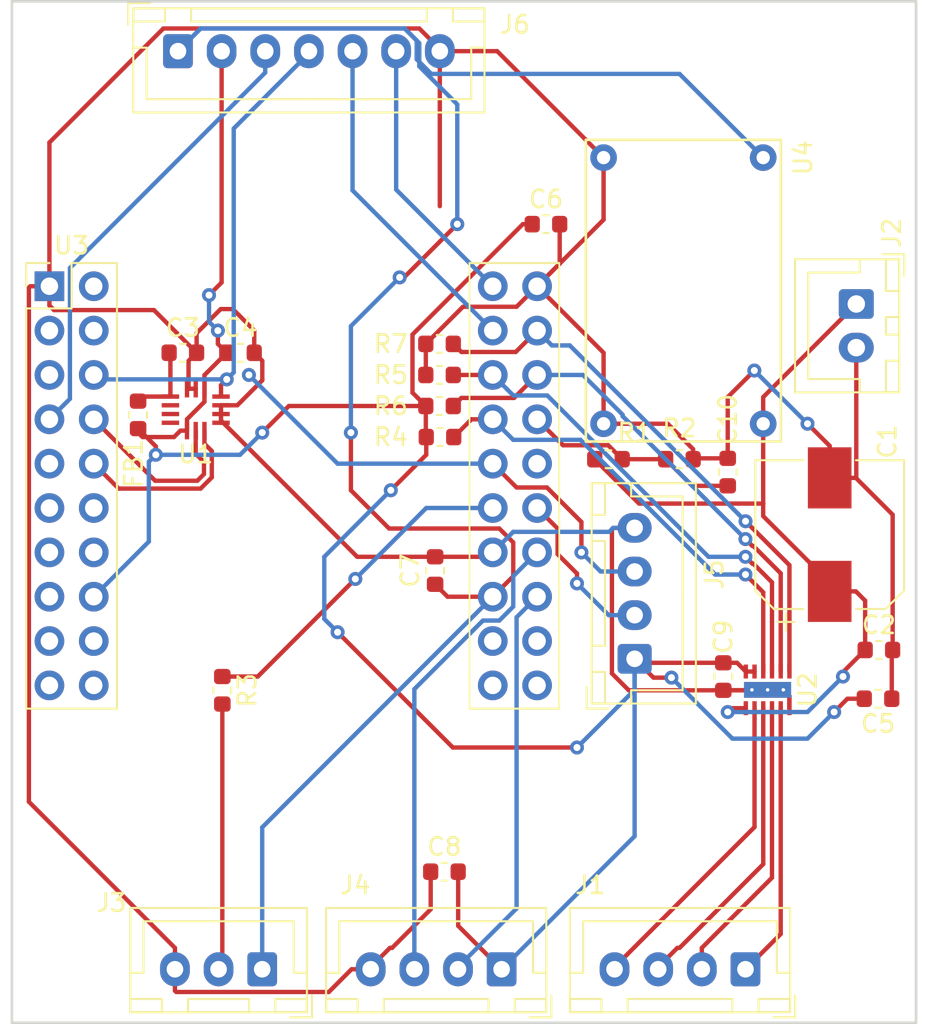
<source format=kicad_pcb>
(kicad_pcb (version 20171130) (host pcbnew 5.0.0-fee4fd1~66~ubuntu16.04.1)

  (general
    (thickness 1.6)
    (drawings 4)
    (tracks 360)
    (zones 0)
    (modules 32)
    (nets 27)
  )

  (page A4)
  (layers
    (0 F.Cu signal)
    (31 B.Cu signal)
    (32 B.Adhes user)
    (33 F.Adhes user)
    (34 B.Paste user)
    (35 F.Paste user)
    (36 B.SilkS user)
    (37 F.SilkS user)
    (38 B.Mask user)
    (39 F.Mask user)
    (40 Dwgs.User user)
    (41 Cmts.User user)
    (42 Eco1.User user)
    (43 Eco2.User user)
    (44 Edge.Cuts user)
    (45 Margin user)
    (46 B.CrtYd user)
    (47 F.CrtYd user)
    (48 B.Fab user)
    (49 F.Fab user)
  )

  (setup
    (last_trace_width 0.25)
    (trace_clearance 0.2)
    (zone_clearance 0.508)
    (zone_45_only no)
    (trace_min 0.2)
    (segment_width 0.2)
    (edge_width 0.15)
    (via_size 0.8)
    (via_drill 0.4)
    (via_min_size 0.4)
    (via_min_drill 0.3)
    (uvia_size 0.3)
    (uvia_drill 0.1)
    (uvias_allowed no)
    (uvia_min_size 0.2)
    (uvia_min_drill 0.1)
    (pcb_text_width 0.3)
    (pcb_text_size 1.5 1.5)
    (mod_edge_width 0.15)
    (mod_text_size 1 1)
    (mod_text_width 0.15)
    (pad_size 1.524 1.524)
    (pad_drill 0.762)
    (pad_to_mask_clearance 0.2)
    (aux_axis_origin 0 0)
    (visible_elements FFFFFF7F)
    (pcbplotparams
      (layerselection 0x010fc_ffffffff)
      (usegerberextensions false)
      (usegerberattributes false)
      (usegerberadvancedattributes false)
      (creategerberjobfile false)
      (excludeedgelayer true)
      (linewidth 0.100000)
      (plotframeref false)
      (viasonmask false)
      (mode 1)
      (useauxorigin false)
      (hpglpennumber 1)
      (hpglpenspeed 20)
      (hpglpendiameter 15.000000)
      (psnegative false)
      (psa4output false)
      (plotreference true)
      (plotvalue false)
      (plotinvisibletext false)
      (padsonsilk false)
      (subtractmaskfromsilk false)
      (outputformat 1)
      (mirror false)
      (drillshape 0)
      (scaleselection 1)
      (outputdirectory "gerber"))
  )

  (net 0 "")
  (net 1 +BATT)
  (net 2 GND)
  (net 3 "Net-(C3-Pad1)")
  (net 4 +3V3)
  (net 5 +5V)
  (net 6 "Net-(J1-Pad1)")
  (net 7 "Net-(J1-Pad2)")
  (net 8 "Net-(J1-Pad3)")
  (net 9 "Net-(J1-Pad4)")
  (net 10 "Net-(J3-Pad2)")
  (net 11 "Net-(R3-Pad1)")
  (net 12 APHASE)
  (net 13 AENBL)
  (net 14 BPHASE)
  (net 15 BENBL)
  (net 16 IO19)
  (net 17 IO18)
  (net 18 IO17)
  (net 19 IO2)
  (net 20 IO0)
  (net 21 IO4)
  (net 22 RXD)
  (net 23 TXD)
  (net 24 IO35)
  (net 25 IO26)
  (net 26 IO32)

  (net_class Default "This is the default net class."
    (clearance 0.2)
    (trace_width 0.25)
    (via_dia 0.8)
    (via_drill 0.4)
    (uvia_dia 0.3)
    (uvia_drill 0.1)
    (add_net +3V3)
    (add_net +5V)
    (add_net +BATT)
    (add_net AENBL)
    (add_net APHASE)
    (add_net BENBL)
    (add_net BPHASE)
    (add_net GND)
    (add_net IO0)
    (add_net IO17)
    (add_net IO18)
    (add_net IO19)
    (add_net IO2)
    (add_net IO26)
    (add_net IO32)
    (add_net IO35)
    (add_net IO4)
    (add_net "Net-(C3-Pad1)")
    (add_net "Net-(J1-Pad1)")
    (add_net "Net-(J1-Pad2)")
    (add_net "Net-(J1-Pad3)")
    (add_net "Net-(J1-Pad4)")
    (add_net "Net-(J3-Pad2)")
    (add_net "Net-(R3-Pad1)")
    (add_net RXD)
    (add_net TXD)
  )

  (module Resistor_SMD:R_0603_1608Metric (layer F.Cu) (tedit 5B301BBD) (tstamp 5BD6AD62)
    (at 139.7255 76.454)
    (descr "Resistor SMD 0603 (1608 Metric), square (rectangular) end terminal, IPC_7351 nominal, (Body size source: http://www.tortai-tech.com/upload/download/2011102023233369053.pdf), generated with kicad-footprint-generator")
    (tags resistor)
    (path /5BCE6CBE)
    (attr smd)
    (fp_text reference R4 (at -2.8195 0) (layer F.SilkS)
      (effects (font (size 1 1) (thickness 0.15)))
    )
    (fp_text value 10K (at 0 1.43) (layer F.Fab)
      (effects (font (size 1 1) (thickness 0.15)))
    )
    (fp_line (start -0.8 0.4) (end -0.8 -0.4) (layer F.Fab) (width 0.1))
    (fp_line (start -0.8 -0.4) (end 0.8 -0.4) (layer F.Fab) (width 0.1))
    (fp_line (start 0.8 -0.4) (end 0.8 0.4) (layer F.Fab) (width 0.1))
    (fp_line (start 0.8 0.4) (end -0.8 0.4) (layer F.Fab) (width 0.1))
    (fp_line (start -0.162779 -0.51) (end 0.162779 -0.51) (layer F.SilkS) (width 0.12))
    (fp_line (start -0.162779 0.51) (end 0.162779 0.51) (layer F.SilkS) (width 0.12))
    (fp_line (start -1.48 0.73) (end -1.48 -0.73) (layer F.CrtYd) (width 0.05))
    (fp_line (start -1.48 -0.73) (end 1.48 -0.73) (layer F.CrtYd) (width 0.05))
    (fp_line (start 1.48 -0.73) (end 1.48 0.73) (layer F.CrtYd) (width 0.05))
    (fp_line (start 1.48 0.73) (end -1.48 0.73) (layer F.CrtYd) (width 0.05))
    (fp_text user %R (at 0 0) (layer F.Fab)
      (effects (font (size 0.4 0.4) (thickness 0.06)))
    )
    (pad 1 smd roundrect (at -0.7875 0) (size 0.875 0.95) (layers F.Cu F.Paste F.Mask) (roundrect_rratio 0.25)
      (net 4 +3V3))
    (pad 2 smd roundrect (at 0.7875 0) (size 0.875 0.95) (layers F.Cu F.Paste F.Mask) (roundrect_rratio 0.25)
      (net 12 APHASE))
    (model ${KISYS3DMOD}/Resistor_SMD.3dshapes/R_0603_1608Metric.wrl
      (at (xyz 0 0 0))
      (scale (xyz 1 1 1))
      (rotate (xyz 0 0 0))
    )
  )

  (module Capacitor_SMD:CP_Elec_8x10 (layer F.Cu) (tedit 5A841F9D) (tstamp 5BD6AB18)
    (at 162.052 82.042 90)
    (descr "SMT capacitor, aluminium electrolytic, 8x10, Nichicon ")
    (tags "Capacitor Electrolytic")
    (path /5BCCE5A4)
    (attr smd)
    (fp_text reference C1 (at 5.334 3.302 90) (layer F.SilkS)
      (effects (font (size 1 1) (thickness 0.15)))
    )
    (fp_text value 470u (at 0 5.2 90) (layer F.Fab)
      (effects (font (size 1 1) (thickness 0.15)))
    )
    (fp_circle (center 0 0) (end 4 0) (layer F.Fab) (width 0.1))
    (fp_line (start 4.15 -4.15) (end 4.15 4.15) (layer F.Fab) (width 0.1))
    (fp_line (start -3.15 -4.15) (end 4.15 -4.15) (layer F.Fab) (width 0.1))
    (fp_line (start -3.15 4.15) (end 4.15 4.15) (layer F.Fab) (width 0.1))
    (fp_line (start -4.15 -3.15) (end -4.15 3.15) (layer F.Fab) (width 0.1))
    (fp_line (start -4.15 -3.15) (end -3.15 -4.15) (layer F.Fab) (width 0.1))
    (fp_line (start -4.15 3.15) (end -3.15 4.15) (layer F.Fab) (width 0.1))
    (fp_line (start -3.562278 -1.5) (end -2.762278 -1.5) (layer F.Fab) (width 0.1))
    (fp_line (start -3.162278 -1.9) (end -3.162278 -1.1) (layer F.Fab) (width 0.1))
    (fp_line (start 4.26 4.26) (end 4.26 1.51) (layer F.SilkS) (width 0.12))
    (fp_line (start 4.26 -4.26) (end 4.26 -1.51) (layer F.SilkS) (width 0.12))
    (fp_line (start -3.195563 -4.26) (end 4.26 -4.26) (layer F.SilkS) (width 0.12))
    (fp_line (start -3.195563 4.26) (end 4.26 4.26) (layer F.SilkS) (width 0.12))
    (fp_line (start -4.26 3.195563) (end -4.26 1.51) (layer F.SilkS) (width 0.12))
    (fp_line (start -4.26 -3.195563) (end -4.26 -1.51) (layer F.SilkS) (width 0.12))
    (fp_line (start -4.26 -3.195563) (end -3.195563 -4.26) (layer F.SilkS) (width 0.12))
    (fp_line (start -4.26 3.195563) (end -3.195563 4.26) (layer F.SilkS) (width 0.12))
    (fp_line (start -5.5 -2.51) (end -4.5 -2.51) (layer F.SilkS) (width 0.12))
    (fp_line (start -5 -3.01) (end -5 -2.01) (layer F.SilkS) (width 0.12))
    (fp_line (start 4.4 -4.4) (end 4.4 -1.5) (layer F.CrtYd) (width 0.05))
    (fp_line (start 4.4 -1.5) (end 5.25 -1.5) (layer F.CrtYd) (width 0.05))
    (fp_line (start 5.25 -1.5) (end 5.25 1.5) (layer F.CrtYd) (width 0.05))
    (fp_line (start 5.25 1.5) (end 4.4 1.5) (layer F.CrtYd) (width 0.05))
    (fp_line (start 4.4 1.5) (end 4.4 4.4) (layer F.CrtYd) (width 0.05))
    (fp_line (start -3.25 4.4) (end 4.4 4.4) (layer F.CrtYd) (width 0.05))
    (fp_line (start -3.25 -4.4) (end 4.4 -4.4) (layer F.CrtYd) (width 0.05))
    (fp_line (start -4.4 3.25) (end -3.25 4.4) (layer F.CrtYd) (width 0.05))
    (fp_line (start -4.4 -3.25) (end -3.25 -4.4) (layer F.CrtYd) (width 0.05))
    (fp_line (start -4.4 -3.25) (end -4.4 -1.5) (layer F.CrtYd) (width 0.05))
    (fp_line (start -4.4 1.5) (end -4.4 3.25) (layer F.CrtYd) (width 0.05))
    (fp_line (start -4.4 -1.5) (end -5.25 -1.5) (layer F.CrtYd) (width 0.05))
    (fp_line (start -5.25 -1.5) (end -5.25 1.5) (layer F.CrtYd) (width 0.05))
    (fp_line (start -5.25 1.5) (end -4.4 1.5) (layer F.CrtYd) (width 0.05))
    (fp_text user %R (at 0 0 90) (layer F.Fab)
      (effects (font (size 1 1) (thickness 0.15)))
    )
    (pad 1 smd rect (at -3.25 0 90) (size 3.5 2.5) (layers F.Cu F.Paste F.Mask)
      (net 1 +BATT))
    (pad 2 smd rect (at 3.25 0 90) (size 3.5 2.5) (layers F.Cu F.Paste F.Mask)
      (net 2 GND))
    (model ${KISYS3DMOD}/Capacitor_SMD.3dshapes/CP_Elec_8x10.wrl
      (at (xyz 0 0 0))
      (scale (xyz 1 1 1))
      (rotate (xyz 0 0 0))
    )
  )

  (module Capacitor_SMD:C_0603_1608Metric (layer F.Cu) (tedit 5B301BBE) (tstamp 5BD6B146)
    (at 164.8715 88.646)
    (descr "Capacitor SMD 0603 (1608 Metric), square (rectangular) end terminal, IPC_7351 nominal, (Body size source: http://www.tortai-tech.com/upload/download/2011102023233369053.pdf), generated with kicad-footprint-generator")
    (tags capacitor)
    (path /5BCCE4C8)
    (attr smd)
    (fp_text reference C2 (at 0 -1.43) (layer F.SilkS)
      (effects (font (size 1 1) (thickness 0.15)))
    )
    (fp_text value 100n (at 0 1.43) (layer F.Fab)
      (effects (font (size 1 1) (thickness 0.15)))
    )
    (fp_text user %R (at 0 0) (layer F.Fab)
      (effects (font (size 0.4 0.4) (thickness 0.06)))
    )
    (fp_line (start 1.48 0.73) (end -1.48 0.73) (layer F.CrtYd) (width 0.05))
    (fp_line (start 1.48 -0.73) (end 1.48 0.73) (layer F.CrtYd) (width 0.05))
    (fp_line (start -1.48 -0.73) (end 1.48 -0.73) (layer F.CrtYd) (width 0.05))
    (fp_line (start -1.48 0.73) (end -1.48 -0.73) (layer F.CrtYd) (width 0.05))
    (fp_line (start -0.162779 0.51) (end 0.162779 0.51) (layer F.SilkS) (width 0.12))
    (fp_line (start -0.162779 -0.51) (end 0.162779 -0.51) (layer F.SilkS) (width 0.12))
    (fp_line (start 0.8 0.4) (end -0.8 0.4) (layer F.Fab) (width 0.1))
    (fp_line (start 0.8 -0.4) (end 0.8 0.4) (layer F.Fab) (width 0.1))
    (fp_line (start -0.8 -0.4) (end 0.8 -0.4) (layer F.Fab) (width 0.1))
    (fp_line (start -0.8 0.4) (end -0.8 -0.4) (layer F.Fab) (width 0.1))
    (pad 2 smd roundrect (at 0.7875 0) (size 0.875 0.95) (layers F.Cu F.Paste F.Mask) (roundrect_rratio 0.25)
      (net 2 GND))
    (pad 1 smd roundrect (at -0.7875 0) (size 0.875 0.95) (layers F.Cu F.Paste F.Mask) (roundrect_rratio 0.25)
      (net 1 +BATT))
    (model ${KISYS3DMOD}/Capacitor_SMD.3dshapes/C_0603_1608Metric.wrl
      (at (xyz 0 0 0))
      (scale (xyz 1 1 1))
      (rotate (xyz 0 0 0))
    )
  )

  (module Capacitor_SMD:C_0603_1608Metric (layer F.Cu) (tedit 5B301BBE) (tstamp 5BD6B176)
    (at 124.9935 71.628)
    (descr "Capacitor SMD 0603 (1608 Metric), square (rectangular) end terminal, IPC_7351 nominal, (Body size source: http://www.tortai-tech.com/upload/download/2011102023233369053.pdf), generated with kicad-footprint-generator")
    (tags capacitor)
    (path /5BCBD57A)
    (attr smd)
    (fp_text reference C3 (at 0 -1.43) (layer F.SilkS)
      (effects (font (size 1 1) (thickness 0.15)))
    )
    (fp_text value 100n (at 0 1.43) (layer F.Fab)
      (effects (font (size 1 1) (thickness 0.15)))
    )
    (fp_line (start -0.8 0.4) (end -0.8 -0.4) (layer F.Fab) (width 0.1))
    (fp_line (start -0.8 -0.4) (end 0.8 -0.4) (layer F.Fab) (width 0.1))
    (fp_line (start 0.8 -0.4) (end 0.8 0.4) (layer F.Fab) (width 0.1))
    (fp_line (start 0.8 0.4) (end -0.8 0.4) (layer F.Fab) (width 0.1))
    (fp_line (start -0.162779 -0.51) (end 0.162779 -0.51) (layer F.SilkS) (width 0.12))
    (fp_line (start -0.162779 0.51) (end 0.162779 0.51) (layer F.SilkS) (width 0.12))
    (fp_line (start -1.48 0.73) (end -1.48 -0.73) (layer F.CrtYd) (width 0.05))
    (fp_line (start -1.48 -0.73) (end 1.48 -0.73) (layer F.CrtYd) (width 0.05))
    (fp_line (start 1.48 -0.73) (end 1.48 0.73) (layer F.CrtYd) (width 0.05))
    (fp_line (start 1.48 0.73) (end -1.48 0.73) (layer F.CrtYd) (width 0.05))
    (fp_text user %R (at 0 0) (layer F.Fab)
      (effects (font (size 0.4 0.4) (thickness 0.06)))
    )
    (pad 1 smd roundrect (at -0.7875 0) (size 0.875 0.95) (layers F.Cu F.Paste F.Mask) (roundrect_rratio 0.25)
      (net 3 "Net-(C3-Pad1)"))
    (pad 2 smd roundrect (at 0.7875 0) (size 0.875 0.95) (layers F.Cu F.Paste F.Mask) (roundrect_rratio 0.25)
      (net 2 GND))
    (model ${KISYS3DMOD}/Capacitor_SMD.3dshapes/C_0603_1608Metric.wrl
      (at (xyz 0 0 0))
      (scale (xyz 1 1 1))
      (rotate (xyz 0 0 0))
    )
  )

  (module Capacitor_SMD:C_0603_1608Metric (layer F.Cu) (tedit 5B301BBE) (tstamp 5BCE19B9)
    (at 128.2955 71.628)
    (descr "Capacitor SMD 0603 (1608 Metric), square (rectangular) end terminal, IPC_7351 nominal, (Body size source: http://www.tortai-tech.com/upload/download/2011102023233369053.pdf), generated with kicad-footprint-generator")
    (tags capacitor)
    (path /5BCBD2C9)
    (attr smd)
    (fp_text reference C4 (at 0 -1.43) (layer F.SilkS)
      (effects (font (size 1 1) (thickness 0.15)))
    )
    (fp_text value 100n (at 0 1.43) (layer F.Fab)
      (effects (font (size 1 1) (thickness 0.15)))
    )
    (fp_text user %R (at 0 0) (layer F.Fab)
      (effects (font (size 0.4 0.4) (thickness 0.06)))
    )
    (fp_line (start 1.48 0.73) (end -1.48 0.73) (layer F.CrtYd) (width 0.05))
    (fp_line (start 1.48 -0.73) (end 1.48 0.73) (layer F.CrtYd) (width 0.05))
    (fp_line (start -1.48 -0.73) (end 1.48 -0.73) (layer F.CrtYd) (width 0.05))
    (fp_line (start -1.48 0.73) (end -1.48 -0.73) (layer F.CrtYd) (width 0.05))
    (fp_line (start -0.162779 0.51) (end 0.162779 0.51) (layer F.SilkS) (width 0.12))
    (fp_line (start -0.162779 -0.51) (end 0.162779 -0.51) (layer F.SilkS) (width 0.12))
    (fp_line (start 0.8 0.4) (end -0.8 0.4) (layer F.Fab) (width 0.1))
    (fp_line (start 0.8 -0.4) (end 0.8 0.4) (layer F.Fab) (width 0.1))
    (fp_line (start -0.8 -0.4) (end 0.8 -0.4) (layer F.Fab) (width 0.1))
    (fp_line (start -0.8 0.4) (end -0.8 -0.4) (layer F.Fab) (width 0.1))
    (pad 2 smd roundrect (at 0.7875 0) (size 0.875 0.95) (layers F.Cu F.Paste F.Mask) (roundrect_rratio 0.25)
      (net 2 GND))
    (pad 1 smd roundrect (at -0.7875 0) (size 0.875 0.95) (layers F.Cu F.Paste F.Mask) (roundrect_rratio 0.25)
      (net 4 +3V3))
    (model ${KISYS3DMOD}/Capacitor_SMD.3dshapes/C_0603_1608Metric.wrl
      (at (xyz 0 0 0))
      (scale (xyz 1 1 1))
      (rotate (xyz 0 0 0))
    )
  )

  (module Capacitor_SMD:C_0603_1608Metric (layer F.Cu) (tedit 5B301BBE) (tstamp 5BCE1A3A)
    (at 164.8205 91.44 180)
    (descr "Capacitor SMD 0603 (1608 Metric), square (rectangular) end terminal, IPC_7351 nominal, (Body size source: http://www.tortai-tech.com/upload/download/2011102023233369053.pdf), generated with kicad-footprint-generator")
    (tags capacitor)
    (path /5BCD1BBE)
    (attr smd)
    (fp_text reference C5 (at 0 -1.43 180) (layer F.SilkS)
      (effects (font (size 1 1) (thickness 0.15)))
    )
    (fp_text value 100n (at 0 1.43 180) (layer F.Fab)
      (effects (font (size 1 1) (thickness 0.15)))
    )
    (fp_line (start -0.8 0.4) (end -0.8 -0.4) (layer F.Fab) (width 0.1))
    (fp_line (start -0.8 -0.4) (end 0.8 -0.4) (layer F.Fab) (width 0.1))
    (fp_line (start 0.8 -0.4) (end 0.8 0.4) (layer F.Fab) (width 0.1))
    (fp_line (start 0.8 0.4) (end -0.8 0.4) (layer F.Fab) (width 0.1))
    (fp_line (start -0.162779 -0.51) (end 0.162779 -0.51) (layer F.SilkS) (width 0.12))
    (fp_line (start -0.162779 0.51) (end 0.162779 0.51) (layer F.SilkS) (width 0.12))
    (fp_line (start -1.48 0.73) (end -1.48 -0.73) (layer F.CrtYd) (width 0.05))
    (fp_line (start -1.48 -0.73) (end 1.48 -0.73) (layer F.CrtYd) (width 0.05))
    (fp_line (start 1.48 -0.73) (end 1.48 0.73) (layer F.CrtYd) (width 0.05))
    (fp_line (start 1.48 0.73) (end -1.48 0.73) (layer F.CrtYd) (width 0.05))
    (fp_text user %R (at 0 0 180) (layer F.Fab)
      (effects (font (size 0.4 0.4) (thickness 0.06)))
    )
    (pad 1 smd roundrect (at -0.7875 0 180) (size 0.875 0.95) (layers F.Cu F.Paste F.Mask) (roundrect_rratio 0.25)
      (net 2 GND))
    (pad 2 smd roundrect (at 0.7875 0 180) (size 0.875 0.95) (layers F.Cu F.Paste F.Mask) (roundrect_rratio 0.25)
      (net 4 +3V3))
    (model ${KISYS3DMOD}/Capacitor_SMD.3dshapes/C_0603_1608Metric.wrl
      (at (xyz 0 0 0))
      (scale (xyz 1 1 1))
      (rotate (xyz 0 0 0))
    )
  )

  (module Capacitor_SMD:C_0603_1608Metric (layer F.Cu) (tedit 5B301BBE) (tstamp 5BD6AAD1)
    (at 145.796 64.262)
    (descr "Capacitor SMD 0603 (1608 Metric), square (rectangular) end terminal, IPC_7351 nominal, (Body size source: http://www.tortai-tech.com/upload/download/2011102023233369053.pdf), generated with kicad-footprint-generator")
    (tags capacitor)
    (path /5BD014AB)
    (attr smd)
    (fp_text reference C6 (at 0 -1.43) (layer F.SilkS)
      (effects (font (size 1 1) (thickness 0.15)))
    )
    (fp_text value 100n (at 0 1.43) (layer F.Fab)
      (effects (font (size 1 1) (thickness 0.15)))
    )
    (fp_line (start -0.8 0.4) (end -0.8 -0.4) (layer F.Fab) (width 0.1))
    (fp_line (start -0.8 -0.4) (end 0.8 -0.4) (layer F.Fab) (width 0.1))
    (fp_line (start 0.8 -0.4) (end 0.8 0.4) (layer F.Fab) (width 0.1))
    (fp_line (start 0.8 0.4) (end -0.8 0.4) (layer F.Fab) (width 0.1))
    (fp_line (start -0.162779 -0.51) (end 0.162779 -0.51) (layer F.SilkS) (width 0.12))
    (fp_line (start -0.162779 0.51) (end 0.162779 0.51) (layer F.SilkS) (width 0.12))
    (fp_line (start -1.48 0.73) (end -1.48 -0.73) (layer F.CrtYd) (width 0.05))
    (fp_line (start -1.48 -0.73) (end 1.48 -0.73) (layer F.CrtYd) (width 0.05))
    (fp_line (start 1.48 -0.73) (end 1.48 0.73) (layer F.CrtYd) (width 0.05))
    (fp_line (start 1.48 0.73) (end -1.48 0.73) (layer F.CrtYd) (width 0.05))
    (fp_text user %R (at 0 0) (layer F.Fab)
      (effects (font (size 0.4 0.4) (thickness 0.06)))
    )
    (pad 1 smd roundrect (at -0.7875 0) (size 0.875 0.95) (layers F.Cu F.Paste F.Mask) (roundrect_rratio 0.25)
      (net 4 +3V3))
    (pad 2 smd roundrect (at 0.7875 0) (size 0.875 0.95) (layers F.Cu F.Paste F.Mask) (roundrect_rratio 0.25)
      (net 2 GND))
    (model ${KISYS3DMOD}/Capacitor_SMD.3dshapes/C_0603_1608Metric.wrl
      (at (xyz 0 0 0))
      (scale (xyz 1 1 1))
      (rotate (xyz 0 0 0))
    )
  )

  (module Capacitor_SMD:C_0603_1608Metric (layer F.Cu) (tedit 5B301BBE) (tstamp 5BD6A9F3)
    (at 139.446 84.0995 90)
    (descr "Capacitor SMD 0603 (1608 Metric), square (rectangular) end terminal, IPC_7351 nominal, (Body size source: http://www.tortai-tech.com/upload/download/2011102023233369053.pdf), generated with kicad-footprint-generator")
    (tags capacitor)
    (path /5BCC015C)
    (attr smd)
    (fp_text reference C7 (at 0 -1.43 90) (layer F.SilkS)
      (effects (font (size 1 1) (thickness 0.15)))
    )
    (fp_text value 100n (at 0 1.43 90) (layer F.Fab)
      (effects (font (size 1 1) (thickness 0.15)))
    )
    (fp_text user %R (at 0 0 90) (layer F.Fab)
      (effects (font (size 0.4 0.4) (thickness 0.06)))
    )
    (fp_line (start 1.48 0.73) (end -1.48 0.73) (layer F.CrtYd) (width 0.05))
    (fp_line (start 1.48 -0.73) (end 1.48 0.73) (layer F.CrtYd) (width 0.05))
    (fp_line (start -1.48 -0.73) (end 1.48 -0.73) (layer F.CrtYd) (width 0.05))
    (fp_line (start -1.48 0.73) (end -1.48 -0.73) (layer F.CrtYd) (width 0.05))
    (fp_line (start -0.162779 0.51) (end 0.162779 0.51) (layer F.SilkS) (width 0.12))
    (fp_line (start -0.162779 -0.51) (end 0.162779 -0.51) (layer F.SilkS) (width 0.12))
    (fp_line (start 0.8 0.4) (end -0.8 0.4) (layer F.Fab) (width 0.1))
    (fp_line (start 0.8 -0.4) (end 0.8 0.4) (layer F.Fab) (width 0.1))
    (fp_line (start -0.8 -0.4) (end 0.8 -0.4) (layer F.Fab) (width 0.1))
    (fp_line (start -0.8 0.4) (end -0.8 -0.4) (layer F.Fab) (width 0.1))
    (pad 2 smd roundrect (at 0.7875 0 90) (size 0.875 0.95) (layers F.Cu F.Paste F.Mask) (roundrect_rratio 0.25)
      (net 2 GND))
    (pad 1 smd roundrect (at -0.7875 0 90) (size 0.875 0.95) (layers F.Cu F.Paste F.Mask) (roundrect_rratio 0.25)
      (net 5 +5V))
    (model ${KISYS3DMOD}/Capacitor_SMD.3dshapes/C_0603_1608Metric.wrl
      (at (xyz 0 0 0))
      (scale (xyz 1 1 1))
      (rotate (xyz 0 0 0))
    )
  )

  (module Capacitor_SMD:C_0603_1608Metric (layer F.Cu) (tedit 5B301BBE) (tstamp 5BD6AF33)
    (at 139.9795 101.346)
    (descr "Capacitor SMD 0603 (1608 Metric), square (rectangular) end terminal, IPC_7351 nominal, (Body size source: http://www.tortai-tech.com/upload/download/2011102023233369053.pdf), generated with kicad-footprint-generator")
    (tags capacitor)
    (path /5BD36B2E)
    (attr smd)
    (fp_text reference C8 (at 0 -1.43) (layer F.SilkS)
      (effects (font (size 1 1) (thickness 0.15)))
    )
    (fp_text value 100n (at 0 1.43) (layer F.Fab)
      (effects (font (size 1 1) (thickness 0.15)))
    )
    (fp_line (start -0.8 0.4) (end -0.8 -0.4) (layer F.Fab) (width 0.1))
    (fp_line (start -0.8 -0.4) (end 0.8 -0.4) (layer F.Fab) (width 0.1))
    (fp_line (start 0.8 -0.4) (end 0.8 0.4) (layer F.Fab) (width 0.1))
    (fp_line (start 0.8 0.4) (end -0.8 0.4) (layer F.Fab) (width 0.1))
    (fp_line (start -0.162779 -0.51) (end 0.162779 -0.51) (layer F.SilkS) (width 0.12))
    (fp_line (start -0.162779 0.51) (end 0.162779 0.51) (layer F.SilkS) (width 0.12))
    (fp_line (start -1.48 0.73) (end -1.48 -0.73) (layer F.CrtYd) (width 0.05))
    (fp_line (start -1.48 -0.73) (end 1.48 -0.73) (layer F.CrtYd) (width 0.05))
    (fp_line (start 1.48 -0.73) (end 1.48 0.73) (layer F.CrtYd) (width 0.05))
    (fp_line (start 1.48 0.73) (end -1.48 0.73) (layer F.CrtYd) (width 0.05))
    (fp_text user %R (at 0 0) (layer F.Fab)
      (effects (font (size 0.4 0.4) (thickness 0.06)))
    )
    (pad 1 smd roundrect (at -0.7875 0) (size 0.875 0.95) (layers F.Cu F.Paste F.Mask) (roundrect_rratio 0.25)
      (net 2 GND))
    (pad 2 smd roundrect (at 0.7875 0) (size 0.875 0.95) (layers F.Cu F.Paste F.Mask) (roundrect_rratio 0.25)
      (net 4 +3V3))
    (model ${KISYS3DMOD}/Capacitor_SMD.3dshapes/C_0603_1608Metric.wrl
      (at (xyz 0 0 0))
      (scale (xyz 1 1 1))
      (rotate (xyz 0 0 0))
    )
  )

  (module Capacitor_SMD:C_0603_1608Metric (layer F.Cu) (tedit 5B301BBE) (tstamp 5BD6AF63)
    (at 155.956 90.17 90)
    (descr "Capacitor SMD 0603 (1608 Metric), square (rectangular) end terminal, IPC_7351 nominal, (Body size source: http://www.tortai-tech.com/upload/download/2011102023233369053.pdf), generated with kicad-footprint-generator")
    (tags capacitor)
    (path /5BD43A54)
    (attr smd)
    (fp_text reference C9 (at 2.286 0 90) (layer F.SilkS)
      (effects (font (size 1 1) (thickness 0.15)))
    )
    (fp_text value 100n (at 0 1.43 90) (layer F.Fab)
      (effects (font (size 1 1) (thickness 0.15)))
    )
    (fp_text user %R (at 0 0 90) (layer F.Fab)
      (effects (font (size 0.4 0.4) (thickness 0.06)))
    )
    (fp_line (start 1.48 0.73) (end -1.48 0.73) (layer F.CrtYd) (width 0.05))
    (fp_line (start 1.48 -0.73) (end 1.48 0.73) (layer F.CrtYd) (width 0.05))
    (fp_line (start -1.48 -0.73) (end 1.48 -0.73) (layer F.CrtYd) (width 0.05))
    (fp_line (start -1.48 0.73) (end -1.48 -0.73) (layer F.CrtYd) (width 0.05))
    (fp_line (start -0.162779 0.51) (end 0.162779 0.51) (layer F.SilkS) (width 0.12))
    (fp_line (start -0.162779 -0.51) (end 0.162779 -0.51) (layer F.SilkS) (width 0.12))
    (fp_line (start 0.8 0.4) (end -0.8 0.4) (layer F.Fab) (width 0.1))
    (fp_line (start 0.8 -0.4) (end 0.8 0.4) (layer F.Fab) (width 0.1))
    (fp_line (start -0.8 -0.4) (end 0.8 -0.4) (layer F.Fab) (width 0.1))
    (fp_line (start -0.8 0.4) (end -0.8 -0.4) (layer F.Fab) (width 0.1))
    (pad 2 smd roundrect (at 0.7875 0 90) (size 0.875 0.95) (layers F.Cu F.Paste F.Mask) (roundrect_rratio 0.25)
      (net 4 +3V3))
    (pad 1 smd roundrect (at -0.7875 0 90) (size 0.875 0.95) (layers F.Cu F.Paste F.Mask) (roundrect_rratio 0.25)
      (net 2 GND))
    (model ${KISYS3DMOD}/Capacitor_SMD.3dshapes/C_0603_1608Metric.wrl
      (at (xyz 0 0 0))
      (scale (xyz 1 1 1))
      (rotate (xyz 0 0 0))
    )
  )

  (module Inductor_SMD:L_0603_1608Metric (layer F.Cu) (tedit 5B301BBE) (tstamp 5BDA403A)
    (at 122.428 75.184 90)
    (descr "Inductor SMD 0603 (1608 Metric), square (rectangular) end terminal, IPC_7351 nominal, (Body size source: http://www.tortai-tech.com/upload/download/2011102023233369053.pdf), generated with kicad-footprint-generator")
    (tags inductor)
    (path /5BDCC31A)
    (attr smd)
    (fp_text reference FB1 (at -2.794 -0.254 90) (layer F.SilkS)
      (effects (font (size 1 1) (thickness 0.15)))
    )
    (fp_text value 10R (at -0.254 -0.508 90) (layer F.Fab)
      (effects (font (size 1 1) (thickness 0.15)))
    )
    (fp_line (start -0.8 0.4) (end -0.8 -0.4) (layer F.Fab) (width 0.1))
    (fp_line (start -0.8 -0.4) (end 0.8 -0.4) (layer F.Fab) (width 0.1))
    (fp_line (start 0.8 -0.4) (end 0.8 0.4) (layer F.Fab) (width 0.1))
    (fp_line (start 0.8 0.4) (end -0.8 0.4) (layer F.Fab) (width 0.1))
    (fp_line (start -0.162779 -0.51) (end 0.162779 -0.51) (layer F.SilkS) (width 0.12))
    (fp_line (start -0.162779 0.51) (end 0.162779 0.51) (layer F.SilkS) (width 0.12))
    (fp_line (start -1.48 0.73) (end -1.48 -0.73) (layer F.CrtYd) (width 0.05))
    (fp_line (start -1.48 -0.73) (end 1.48 -0.73) (layer F.CrtYd) (width 0.05))
    (fp_line (start 1.48 -0.73) (end 1.48 0.73) (layer F.CrtYd) (width 0.05))
    (fp_line (start 1.48 0.73) (end -1.48 0.73) (layer F.CrtYd) (width 0.05))
    (fp_text user %R (at 0 0 90) (layer F.Fab)
      (effects (font (size 0.4 0.4) (thickness 0.06)))
    )
    (pad 1 smd roundrect (at -0.7875 0 90) (size 0.875 0.95) (layers F.Cu F.Paste F.Mask) (roundrect_rratio 0.25)
      (net 4 +3V3))
    (pad 2 smd roundrect (at 0.7875 0 90) (size 0.875 0.95) (layers F.Cu F.Paste F.Mask) (roundrect_rratio 0.25)
      (net 3 "Net-(C3-Pad1)"))
    (model ${KISYS3DMOD}/Inductor_SMD.3dshapes/L_0603_1608Metric.wrl
      (at (xyz 0 0 0))
      (scale (xyz 1 1 1))
      (rotate (xyz 0 0 0))
    )
  )

  (module Connector_JST:JST_XH_B04B-XH-A_1x04_P2.50mm_Vertical (layer F.Cu) (tedit 5B7754C5) (tstamp 5BCE1C99)
    (at 157.226 106.934 180)
    (descr "JST XH series connector, B04B-XH-A (http://www.jst-mfg.com/product/pdf/eng/eXH.pdf), generated with kicad-footprint-generator")
    (tags "connector JST XH side entry")
    (path /5BCC9453)
    (fp_text reference J1 (at 8.89 4.826 180) (layer F.SilkS)
      (effects (font (size 1 1) (thickness 0.15)))
    )
    (fp_text value Conn_01x04 (at 3.75 4.6 180) (layer F.Fab)
      (effects (font (size 1 1) (thickness 0.15)))
    )
    (fp_line (start -2.45 -2.35) (end -2.45 3.4) (layer F.Fab) (width 0.1))
    (fp_line (start -2.45 3.4) (end 9.95 3.4) (layer F.Fab) (width 0.1))
    (fp_line (start 9.95 3.4) (end 9.95 -2.35) (layer F.Fab) (width 0.1))
    (fp_line (start 9.95 -2.35) (end -2.45 -2.35) (layer F.Fab) (width 0.1))
    (fp_line (start -2.56 -2.46) (end -2.56 3.51) (layer F.SilkS) (width 0.12))
    (fp_line (start -2.56 3.51) (end 10.06 3.51) (layer F.SilkS) (width 0.12))
    (fp_line (start 10.06 3.51) (end 10.06 -2.46) (layer F.SilkS) (width 0.12))
    (fp_line (start 10.06 -2.46) (end -2.56 -2.46) (layer F.SilkS) (width 0.12))
    (fp_line (start -2.95 -2.85) (end -2.95 3.9) (layer F.CrtYd) (width 0.05))
    (fp_line (start -2.95 3.9) (end 10.45 3.9) (layer F.CrtYd) (width 0.05))
    (fp_line (start 10.45 3.9) (end 10.45 -2.85) (layer F.CrtYd) (width 0.05))
    (fp_line (start 10.45 -2.85) (end -2.95 -2.85) (layer F.CrtYd) (width 0.05))
    (fp_line (start -0.625 -2.35) (end 0 -1.35) (layer F.Fab) (width 0.1))
    (fp_line (start 0 -1.35) (end 0.625 -2.35) (layer F.Fab) (width 0.1))
    (fp_line (start 0.75 -2.45) (end 0.75 -1.7) (layer F.SilkS) (width 0.12))
    (fp_line (start 0.75 -1.7) (end 6.75 -1.7) (layer F.SilkS) (width 0.12))
    (fp_line (start 6.75 -1.7) (end 6.75 -2.45) (layer F.SilkS) (width 0.12))
    (fp_line (start 6.75 -2.45) (end 0.75 -2.45) (layer F.SilkS) (width 0.12))
    (fp_line (start -2.55 -2.45) (end -2.55 -1.7) (layer F.SilkS) (width 0.12))
    (fp_line (start -2.55 -1.7) (end -0.75 -1.7) (layer F.SilkS) (width 0.12))
    (fp_line (start -0.75 -1.7) (end -0.75 -2.45) (layer F.SilkS) (width 0.12))
    (fp_line (start -0.75 -2.45) (end -2.55 -2.45) (layer F.SilkS) (width 0.12))
    (fp_line (start 8.25 -2.45) (end 8.25 -1.7) (layer F.SilkS) (width 0.12))
    (fp_line (start 8.25 -1.7) (end 10.05 -1.7) (layer F.SilkS) (width 0.12))
    (fp_line (start 10.05 -1.7) (end 10.05 -2.45) (layer F.SilkS) (width 0.12))
    (fp_line (start 10.05 -2.45) (end 8.25 -2.45) (layer F.SilkS) (width 0.12))
    (fp_line (start -2.55 -0.2) (end -1.8 -0.2) (layer F.SilkS) (width 0.12))
    (fp_line (start -1.8 -0.2) (end -1.8 2.75) (layer F.SilkS) (width 0.12))
    (fp_line (start -1.8 2.75) (end 3.75 2.75) (layer F.SilkS) (width 0.12))
    (fp_line (start 10.05 -0.2) (end 9.3 -0.2) (layer F.SilkS) (width 0.12))
    (fp_line (start 9.3 -0.2) (end 9.3 2.75) (layer F.SilkS) (width 0.12))
    (fp_line (start 9.3 2.75) (end 3.75 2.75) (layer F.SilkS) (width 0.12))
    (fp_line (start -1.6 -2.75) (end -2.85 -2.75) (layer F.SilkS) (width 0.12))
    (fp_line (start -2.85 -2.75) (end -2.85 -1.5) (layer F.SilkS) (width 0.12))
    (fp_text user %R (at 3.75 2.7 180) (layer F.Fab)
      (effects (font (size 1 1) (thickness 0.15)))
    )
    (pad 1 thru_hole roundrect (at 0 0 180) (size 1.7 1.95) (drill 0.95) (layers *.Cu *.Mask) (roundrect_rratio 0.147059)
      (net 6 "Net-(J1-Pad1)"))
    (pad 2 thru_hole oval (at 2.5 0 180) (size 1.7 1.95) (drill 0.95) (layers *.Cu *.Mask)
      (net 7 "Net-(J1-Pad2)"))
    (pad 3 thru_hole oval (at 5 0 180) (size 1.7 1.95) (drill 0.95) (layers *.Cu *.Mask)
      (net 8 "Net-(J1-Pad3)"))
    (pad 4 thru_hole oval (at 7.5 0 180) (size 1.7 1.95) (drill 0.95) (layers *.Cu *.Mask)
      (net 9 "Net-(J1-Pad4)"))
    (model ${KISYS3DMOD}/Connector_JST.3dshapes/JST_XH_B04B-XH-A_1x04_P2.50mm_Vertical.wrl
      (at (xyz 0 0 0))
      (scale (xyz 1 1 1))
      (rotate (xyz 0 0 0))
    )
  )

  (module Connector_JST:JST_XH_B02B-XH-A_1x02_P2.50mm_Vertical (layer F.Cu) (tedit 5B7754C5) (tstamp 5BD6ADAA)
    (at 163.576 68.834 270)
    (descr "JST XH series connector, B02B-XH-A (http://www.jst-mfg.com/product/pdf/eng/eXH.pdf), generated with kicad-footprint-generator")
    (tags "connector JST XH side entry")
    (path /5BD11E66)
    (fp_text reference J2 (at -4.064 -2.032 270) (layer F.SilkS)
      (effects (font (size 1 1) (thickness 0.15)))
    )
    (fp_text value Conn_01x02 (at 1.25 4.6 270) (layer F.Fab)
      (effects (font (size 1 1) (thickness 0.15)))
    )
    (fp_line (start -2.45 -2.35) (end -2.45 3.4) (layer F.Fab) (width 0.1))
    (fp_line (start -2.45 3.4) (end 4.95 3.4) (layer F.Fab) (width 0.1))
    (fp_line (start 4.95 3.4) (end 4.95 -2.35) (layer F.Fab) (width 0.1))
    (fp_line (start 4.95 -2.35) (end -2.45 -2.35) (layer F.Fab) (width 0.1))
    (fp_line (start -2.56 -2.46) (end -2.56 3.51) (layer F.SilkS) (width 0.12))
    (fp_line (start -2.56 3.51) (end 5.06 3.51) (layer F.SilkS) (width 0.12))
    (fp_line (start 5.06 3.51) (end 5.06 -2.46) (layer F.SilkS) (width 0.12))
    (fp_line (start 5.06 -2.46) (end -2.56 -2.46) (layer F.SilkS) (width 0.12))
    (fp_line (start -2.95 -2.85) (end -2.95 3.9) (layer F.CrtYd) (width 0.05))
    (fp_line (start -2.95 3.9) (end 5.45 3.9) (layer F.CrtYd) (width 0.05))
    (fp_line (start 5.45 3.9) (end 5.45 -2.85) (layer F.CrtYd) (width 0.05))
    (fp_line (start 5.45 -2.85) (end -2.95 -2.85) (layer F.CrtYd) (width 0.05))
    (fp_line (start -0.625 -2.35) (end 0 -1.35) (layer F.Fab) (width 0.1))
    (fp_line (start 0 -1.35) (end 0.625 -2.35) (layer F.Fab) (width 0.1))
    (fp_line (start 0.75 -2.45) (end 0.75 -1.7) (layer F.SilkS) (width 0.12))
    (fp_line (start 0.75 -1.7) (end 1.75 -1.7) (layer F.SilkS) (width 0.12))
    (fp_line (start 1.75 -1.7) (end 1.75 -2.45) (layer F.SilkS) (width 0.12))
    (fp_line (start 1.75 -2.45) (end 0.75 -2.45) (layer F.SilkS) (width 0.12))
    (fp_line (start -2.55 -2.45) (end -2.55 -1.7) (layer F.SilkS) (width 0.12))
    (fp_line (start -2.55 -1.7) (end -0.75 -1.7) (layer F.SilkS) (width 0.12))
    (fp_line (start -0.75 -1.7) (end -0.75 -2.45) (layer F.SilkS) (width 0.12))
    (fp_line (start -0.75 -2.45) (end -2.55 -2.45) (layer F.SilkS) (width 0.12))
    (fp_line (start 3.25 -2.45) (end 3.25 -1.7) (layer F.SilkS) (width 0.12))
    (fp_line (start 3.25 -1.7) (end 5.05 -1.7) (layer F.SilkS) (width 0.12))
    (fp_line (start 5.05 -1.7) (end 5.05 -2.45) (layer F.SilkS) (width 0.12))
    (fp_line (start 5.05 -2.45) (end 3.25 -2.45) (layer F.SilkS) (width 0.12))
    (fp_line (start -2.55 -0.2) (end -1.8 -0.2) (layer F.SilkS) (width 0.12))
    (fp_line (start -1.8 -0.2) (end -1.8 2.75) (layer F.SilkS) (width 0.12))
    (fp_line (start -1.8 2.75) (end 1.25 2.75) (layer F.SilkS) (width 0.12))
    (fp_line (start 5.05 -0.2) (end 4.3 -0.2) (layer F.SilkS) (width 0.12))
    (fp_line (start 4.3 -0.2) (end 4.3 2.75) (layer F.SilkS) (width 0.12))
    (fp_line (start 4.3 2.75) (end 1.25 2.75) (layer F.SilkS) (width 0.12))
    (fp_line (start -1.6 -2.75) (end -2.85 -2.75) (layer F.SilkS) (width 0.12))
    (fp_line (start -2.85 -2.75) (end -2.85 -1.5) (layer F.SilkS) (width 0.12))
    (fp_text user %R (at 1.25 2.7) (layer F.Fab)
      (effects (font (size 1 1) (thickness 0.15)))
    )
    (pad 1 thru_hole roundrect (at 0 0 270) (size 1.7 2) (drill 1) (layers *.Cu *.Mask) (roundrect_rratio 0.147059)
      (net 1 +BATT))
    (pad 2 thru_hole oval (at 2.5 0 270) (size 1.7 2) (drill 1) (layers *.Cu *.Mask)
      (net 2 GND))
    (model ${KISYS3DMOD}/Connector_JST.3dshapes/JST_XH_B02B-XH-A_1x02_P2.50mm_Vertical.wrl
      (at (xyz 0 0 0))
      (scale (xyz 1 1 1))
      (rotate (xyz 0 0 0))
    )
  )

  (module Connector_JST:JST_XH_B03B-XH-A_1x03_P2.50mm_Vertical (layer F.Cu) (tedit 5B7754C5) (tstamp 5BD6AE23)
    (at 129.54 106.934 180)
    (descr "JST XH series connector, B03B-XH-A (http://www.jst-mfg.com/product/pdf/eng/eXH.pdf), generated with kicad-footprint-generator")
    (tags "connector JST XH side entry")
    (path /5BD0C0E8)
    (fp_text reference J3 (at 8.636 3.81 180) (layer F.SilkS)
      (effects (font (size 1 1) (thickness 0.15)))
    )
    (fp_text value Conn_01x03 (at 2.5 4.6 180) (layer F.Fab)
      (effects (font (size 1 1) (thickness 0.15)))
    )
    (fp_line (start -2.45 -2.35) (end -2.45 3.4) (layer F.Fab) (width 0.1))
    (fp_line (start -2.45 3.4) (end 7.45 3.4) (layer F.Fab) (width 0.1))
    (fp_line (start 7.45 3.4) (end 7.45 -2.35) (layer F.Fab) (width 0.1))
    (fp_line (start 7.45 -2.35) (end -2.45 -2.35) (layer F.Fab) (width 0.1))
    (fp_line (start -2.56 -2.46) (end -2.56 3.51) (layer F.SilkS) (width 0.12))
    (fp_line (start -2.56 3.51) (end 7.56 3.51) (layer F.SilkS) (width 0.12))
    (fp_line (start 7.56 3.51) (end 7.56 -2.46) (layer F.SilkS) (width 0.12))
    (fp_line (start 7.56 -2.46) (end -2.56 -2.46) (layer F.SilkS) (width 0.12))
    (fp_line (start -2.95 -2.85) (end -2.95 3.9) (layer F.CrtYd) (width 0.05))
    (fp_line (start -2.95 3.9) (end 7.95 3.9) (layer F.CrtYd) (width 0.05))
    (fp_line (start 7.95 3.9) (end 7.95 -2.85) (layer F.CrtYd) (width 0.05))
    (fp_line (start 7.95 -2.85) (end -2.95 -2.85) (layer F.CrtYd) (width 0.05))
    (fp_line (start -0.625 -2.35) (end 0 -1.35) (layer F.Fab) (width 0.1))
    (fp_line (start 0 -1.35) (end 0.625 -2.35) (layer F.Fab) (width 0.1))
    (fp_line (start 0.75 -2.45) (end 0.75 -1.7) (layer F.SilkS) (width 0.12))
    (fp_line (start 0.75 -1.7) (end 4.25 -1.7) (layer F.SilkS) (width 0.12))
    (fp_line (start 4.25 -1.7) (end 4.25 -2.45) (layer F.SilkS) (width 0.12))
    (fp_line (start 4.25 -2.45) (end 0.75 -2.45) (layer F.SilkS) (width 0.12))
    (fp_line (start -2.55 -2.45) (end -2.55 -1.7) (layer F.SilkS) (width 0.12))
    (fp_line (start -2.55 -1.7) (end -0.75 -1.7) (layer F.SilkS) (width 0.12))
    (fp_line (start -0.75 -1.7) (end -0.75 -2.45) (layer F.SilkS) (width 0.12))
    (fp_line (start -0.75 -2.45) (end -2.55 -2.45) (layer F.SilkS) (width 0.12))
    (fp_line (start 5.75 -2.45) (end 5.75 -1.7) (layer F.SilkS) (width 0.12))
    (fp_line (start 5.75 -1.7) (end 7.55 -1.7) (layer F.SilkS) (width 0.12))
    (fp_line (start 7.55 -1.7) (end 7.55 -2.45) (layer F.SilkS) (width 0.12))
    (fp_line (start 7.55 -2.45) (end 5.75 -2.45) (layer F.SilkS) (width 0.12))
    (fp_line (start -2.55 -0.2) (end -1.8 -0.2) (layer F.SilkS) (width 0.12))
    (fp_line (start -1.8 -0.2) (end -1.8 2.75) (layer F.SilkS) (width 0.12))
    (fp_line (start -1.8 2.75) (end 2.5 2.75) (layer F.SilkS) (width 0.12))
    (fp_line (start 7.55 -0.2) (end 6.8 -0.2) (layer F.SilkS) (width 0.12))
    (fp_line (start 6.8 -0.2) (end 6.8 2.75) (layer F.SilkS) (width 0.12))
    (fp_line (start 6.8 2.75) (end 2.5 2.75) (layer F.SilkS) (width 0.12))
    (fp_line (start -1.6 -2.75) (end -2.85 -2.75) (layer F.SilkS) (width 0.12))
    (fp_line (start -2.85 -2.75) (end -2.85 -1.5) (layer F.SilkS) (width 0.12))
    (fp_text user %R (at 2.5 2.7 180) (layer F.Fab)
      (effects (font (size 1 1) (thickness 0.15)))
    )
    (pad 1 thru_hole roundrect (at 0 0 180) (size 1.7 1.95) (drill 0.95) (layers *.Cu *.Mask) (roundrect_rratio 0.147059)
      (net 5 +5V))
    (pad 2 thru_hole oval (at 2.5 0 180) (size 1.7 1.95) (drill 0.95) (layers *.Cu *.Mask)
      (net 10 "Net-(J3-Pad2)"))
    (pad 3 thru_hole oval (at 5 0 180) (size 1.7 1.95) (drill 0.95) (layers *.Cu *.Mask)
      (net 2 GND))
    (model ${KISYS3DMOD}/Connector_JST.3dshapes/JST_XH_B03B-XH-A_1x03_P2.50mm_Vertical.wrl
      (at (xyz 0 0 0))
      (scale (xyz 1 1 1))
      (rotate (xyz 0 0 0))
    )
  )

  (module Connector_JST:JST_XH_B04B-XH-A_1x04_P2.50mm_Vertical (layer F.Cu) (tedit 5B7754C5) (tstamp 5BD6B064)
    (at 143.256 106.934 180)
    (descr "JST XH series connector, B04B-XH-A (http://www.jst-mfg.com/product/pdf/eng/eXH.pdf), generated with kicad-footprint-generator")
    (tags "connector JST XH side entry")
    (path /5BD1C700)
    (fp_text reference J4 (at 8.382 4.826 180) (layer F.SilkS)
      (effects (font (size 1 1) (thickness 0.15)))
    )
    (fp_text value Conn_01x04 (at 3.75 4.6 180) (layer F.Fab)
      (effects (font (size 1 1) (thickness 0.15)))
    )
    (fp_text user %R (at 3.75 2.7 180) (layer F.Fab)
      (effects (font (size 1 1) (thickness 0.15)))
    )
    (fp_line (start -2.85 -2.75) (end -2.85 -1.5) (layer F.SilkS) (width 0.12))
    (fp_line (start -1.6 -2.75) (end -2.85 -2.75) (layer F.SilkS) (width 0.12))
    (fp_line (start 9.3 2.75) (end 3.75 2.75) (layer F.SilkS) (width 0.12))
    (fp_line (start 9.3 -0.2) (end 9.3 2.75) (layer F.SilkS) (width 0.12))
    (fp_line (start 10.05 -0.2) (end 9.3 -0.2) (layer F.SilkS) (width 0.12))
    (fp_line (start -1.8 2.75) (end 3.75 2.75) (layer F.SilkS) (width 0.12))
    (fp_line (start -1.8 -0.2) (end -1.8 2.75) (layer F.SilkS) (width 0.12))
    (fp_line (start -2.55 -0.2) (end -1.8 -0.2) (layer F.SilkS) (width 0.12))
    (fp_line (start 10.05 -2.45) (end 8.25 -2.45) (layer F.SilkS) (width 0.12))
    (fp_line (start 10.05 -1.7) (end 10.05 -2.45) (layer F.SilkS) (width 0.12))
    (fp_line (start 8.25 -1.7) (end 10.05 -1.7) (layer F.SilkS) (width 0.12))
    (fp_line (start 8.25 -2.45) (end 8.25 -1.7) (layer F.SilkS) (width 0.12))
    (fp_line (start -0.75 -2.45) (end -2.55 -2.45) (layer F.SilkS) (width 0.12))
    (fp_line (start -0.75 -1.7) (end -0.75 -2.45) (layer F.SilkS) (width 0.12))
    (fp_line (start -2.55 -1.7) (end -0.75 -1.7) (layer F.SilkS) (width 0.12))
    (fp_line (start -2.55 -2.45) (end -2.55 -1.7) (layer F.SilkS) (width 0.12))
    (fp_line (start 6.75 -2.45) (end 0.75 -2.45) (layer F.SilkS) (width 0.12))
    (fp_line (start 6.75 -1.7) (end 6.75 -2.45) (layer F.SilkS) (width 0.12))
    (fp_line (start 0.75 -1.7) (end 6.75 -1.7) (layer F.SilkS) (width 0.12))
    (fp_line (start 0.75 -2.45) (end 0.75 -1.7) (layer F.SilkS) (width 0.12))
    (fp_line (start 0 -1.35) (end 0.625 -2.35) (layer F.Fab) (width 0.1))
    (fp_line (start -0.625 -2.35) (end 0 -1.35) (layer F.Fab) (width 0.1))
    (fp_line (start 10.45 -2.85) (end -2.95 -2.85) (layer F.CrtYd) (width 0.05))
    (fp_line (start 10.45 3.9) (end 10.45 -2.85) (layer F.CrtYd) (width 0.05))
    (fp_line (start -2.95 3.9) (end 10.45 3.9) (layer F.CrtYd) (width 0.05))
    (fp_line (start -2.95 -2.85) (end -2.95 3.9) (layer F.CrtYd) (width 0.05))
    (fp_line (start 10.06 -2.46) (end -2.56 -2.46) (layer F.SilkS) (width 0.12))
    (fp_line (start 10.06 3.51) (end 10.06 -2.46) (layer F.SilkS) (width 0.12))
    (fp_line (start -2.56 3.51) (end 10.06 3.51) (layer F.SilkS) (width 0.12))
    (fp_line (start -2.56 -2.46) (end -2.56 3.51) (layer F.SilkS) (width 0.12))
    (fp_line (start 9.95 -2.35) (end -2.45 -2.35) (layer F.Fab) (width 0.1))
    (fp_line (start 9.95 3.4) (end 9.95 -2.35) (layer F.Fab) (width 0.1))
    (fp_line (start -2.45 3.4) (end 9.95 3.4) (layer F.Fab) (width 0.1))
    (fp_line (start -2.45 -2.35) (end -2.45 3.4) (layer F.Fab) (width 0.1))
    (pad 4 thru_hole oval (at 7.5 0 180) (size 1.7 1.95) (drill 0.95) (layers *.Cu *.Mask)
      (net 2 GND))
    (pad 3 thru_hole oval (at 5 0 180) (size 1.7 1.95) (drill 0.95) (layers *.Cu *.Mask)
      (net 20 IO0))
    (pad 2 thru_hole oval (at 2.5 0 180) (size 1.7 1.95) (drill 0.95) (layers *.Cu *.Mask)
      (net 19 IO2))
    (pad 1 thru_hole roundrect (at 0 0 180) (size 1.7 1.95) (drill 0.95) (layers *.Cu *.Mask) (roundrect_rratio 0.147059)
      (net 4 +3V3))
    (model ${KISYS3DMOD}/Connector_JST.3dshapes/JST_XH_B04B-XH-A_1x04_P2.50mm_Vertical.wrl
      (at (xyz 0 0 0))
      (scale (xyz 1 1 1))
      (rotate (xyz 0 0 0))
    )
  )

  (module Connector_JST:JST_XH_B04B-XH-A_1x04_P2.50mm_Vertical (layer F.Cu) (tedit 5B7754C5) (tstamp 5BD6B0E2)
    (at 150.876 89.154 90)
    (descr "JST XH series connector, B04B-XH-A (http://www.jst-mfg.com/product/pdf/eng/eXH.pdf), generated with kicad-footprint-generator")
    (tags "connector JST XH side entry")
    (path /5BD1C794)
    (fp_text reference J5 (at 4.826 4.572 90) (layer F.SilkS)
      (effects (font (size 1 1) (thickness 0.15)))
    )
    (fp_text value Conn_01x04 (at 3.75 4.6 90) (layer F.Fab)
      (effects (font (size 1 1) (thickness 0.15)))
    )
    (fp_line (start -2.45 -2.35) (end -2.45 3.4) (layer F.Fab) (width 0.1))
    (fp_line (start -2.45 3.4) (end 9.95 3.4) (layer F.Fab) (width 0.1))
    (fp_line (start 9.95 3.4) (end 9.95 -2.35) (layer F.Fab) (width 0.1))
    (fp_line (start 9.95 -2.35) (end -2.45 -2.35) (layer F.Fab) (width 0.1))
    (fp_line (start -2.56 -2.46) (end -2.56 3.51) (layer F.SilkS) (width 0.12))
    (fp_line (start -2.56 3.51) (end 10.06 3.51) (layer F.SilkS) (width 0.12))
    (fp_line (start 10.06 3.51) (end 10.06 -2.46) (layer F.SilkS) (width 0.12))
    (fp_line (start 10.06 -2.46) (end -2.56 -2.46) (layer F.SilkS) (width 0.12))
    (fp_line (start -2.95 -2.85) (end -2.95 3.9) (layer F.CrtYd) (width 0.05))
    (fp_line (start -2.95 3.9) (end 10.45 3.9) (layer F.CrtYd) (width 0.05))
    (fp_line (start 10.45 3.9) (end 10.45 -2.85) (layer F.CrtYd) (width 0.05))
    (fp_line (start 10.45 -2.85) (end -2.95 -2.85) (layer F.CrtYd) (width 0.05))
    (fp_line (start -0.625 -2.35) (end 0 -1.35) (layer F.Fab) (width 0.1))
    (fp_line (start 0 -1.35) (end 0.625 -2.35) (layer F.Fab) (width 0.1))
    (fp_line (start 0.75 -2.45) (end 0.75 -1.7) (layer F.SilkS) (width 0.12))
    (fp_line (start 0.75 -1.7) (end 6.75 -1.7) (layer F.SilkS) (width 0.12))
    (fp_line (start 6.75 -1.7) (end 6.75 -2.45) (layer F.SilkS) (width 0.12))
    (fp_line (start 6.75 -2.45) (end 0.75 -2.45) (layer F.SilkS) (width 0.12))
    (fp_line (start -2.55 -2.45) (end -2.55 -1.7) (layer F.SilkS) (width 0.12))
    (fp_line (start -2.55 -1.7) (end -0.75 -1.7) (layer F.SilkS) (width 0.12))
    (fp_line (start -0.75 -1.7) (end -0.75 -2.45) (layer F.SilkS) (width 0.12))
    (fp_line (start -0.75 -2.45) (end -2.55 -2.45) (layer F.SilkS) (width 0.12))
    (fp_line (start 8.25 -2.45) (end 8.25 -1.7) (layer F.SilkS) (width 0.12))
    (fp_line (start 8.25 -1.7) (end 10.05 -1.7) (layer F.SilkS) (width 0.12))
    (fp_line (start 10.05 -1.7) (end 10.05 -2.45) (layer F.SilkS) (width 0.12))
    (fp_line (start 10.05 -2.45) (end 8.25 -2.45) (layer F.SilkS) (width 0.12))
    (fp_line (start -2.55 -0.2) (end -1.8 -0.2) (layer F.SilkS) (width 0.12))
    (fp_line (start -1.8 -0.2) (end -1.8 2.75) (layer F.SilkS) (width 0.12))
    (fp_line (start -1.8 2.75) (end 3.75 2.75) (layer F.SilkS) (width 0.12))
    (fp_line (start 10.05 -0.2) (end 9.3 -0.2) (layer F.SilkS) (width 0.12))
    (fp_line (start 9.3 -0.2) (end 9.3 2.75) (layer F.SilkS) (width 0.12))
    (fp_line (start 9.3 2.75) (end 3.75 2.75) (layer F.SilkS) (width 0.12))
    (fp_line (start -1.6 -2.75) (end -2.85 -2.75) (layer F.SilkS) (width 0.12))
    (fp_line (start -2.85 -2.75) (end -2.85 -1.5) (layer F.SilkS) (width 0.12))
    (fp_text user %R (at 3.75 2.7 90) (layer F.Fab)
      (effects (font (size 1 1) (thickness 0.15)))
    )
    (pad 1 thru_hole roundrect (at 0 0 90) (size 1.7 1.95) (drill 0.95) (layers *.Cu *.Mask) (roundrect_rratio 0.147059)
      (net 4 +3V3))
    (pad 2 thru_hole oval (at 2.5 0 90) (size 1.7 1.95) (drill 0.95) (layers *.Cu *.Mask)
      (net 21 IO4))
    (pad 3 thru_hole oval (at 5 0 90) (size 1.7 1.95) (drill 0.95) (layers *.Cu *.Mask)
      (net 18 IO17))
    (pad 4 thru_hole oval (at 7.5 0 90) (size 1.7 1.95) (drill 0.95) (layers *.Cu *.Mask)
      (net 2 GND))
    (model ${KISYS3DMOD}/Connector_JST.3dshapes/JST_XH_B04B-XH-A_1x04_P2.50mm_Vertical.wrl
      (at (xyz 0 0 0))
      (scale (xyz 1 1 1))
      (rotate (xyz 0 0 0))
    )
  )

  (module Connector_JST:JST_XH_B07B-XH-A_1x07_P2.50mm_Vertical (layer F.Cu) (tedit 5B7754C5) (tstamp 5BD6AFB0)
    (at 124.714 54.356)
    (descr "JST XH series connector, B07B-XH-A (http://www.jst-mfg.com/product/pdf/eng/eXH.pdf), generated with kicad-footprint-generator")
    (tags "connector JST XH side entry")
    (path /5BDCCE67)
    (fp_text reference J6 (at 19.304 -1.524) (layer F.SilkS)
      (effects (font (size 1 1) (thickness 0.15)))
    )
    (fp_text value Conn_01x07 (at 7.5 4.6) (layer F.Fab)
      (effects (font (size 1 1) (thickness 0.15)))
    )
    (fp_line (start -2.45 -2.35) (end -2.45 3.4) (layer F.Fab) (width 0.1))
    (fp_line (start -2.45 3.4) (end 17.45 3.4) (layer F.Fab) (width 0.1))
    (fp_line (start 17.45 3.4) (end 17.45 -2.35) (layer F.Fab) (width 0.1))
    (fp_line (start 17.45 -2.35) (end -2.45 -2.35) (layer F.Fab) (width 0.1))
    (fp_line (start -2.56 -2.46) (end -2.56 3.51) (layer F.SilkS) (width 0.12))
    (fp_line (start -2.56 3.51) (end 17.56 3.51) (layer F.SilkS) (width 0.12))
    (fp_line (start 17.56 3.51) (end 17.56 -2.46) (layer F.SilkS) (width 0.12))
    (fp_line (start 17.56 -2.46) (end -2.56 -2.46) (layer F.SilkS) (width 0.12))
    (fp_line (start -2.95 -2.85) (end -2.95 3.9) (layer F.CrtYd) (width 0.05))
    (fp_line (start -2.95 3.9) (end 17.95 3.9) (layer F.CrtYd) (width 0.05))
    (fp_line (start 17.95 3.9) (end 17.95 -2.85) (layer F.CrtYd) (width 0.05))
    (fp_line (start 17.95 -2.85) (end -2.95 -2.85) (layer F.CrtYd) (width 0.05))
    (fp_line (start -0.625 -2.35) (end 0 -1.35) (layer F.Fab) (width 0.1))
    (fp_line (start 0 -1.35) (end 0.625 -2.35) (layer F.Fab) (width 0.1))
    (fp_line (start 0.75 -2.45) (end 0.75 -1.7) (layer F.SilkS) (width 0.12))
    (fp_line (start 0.75 -1.7) (end 14.25 -1.7) (layer F.SilkS) (width 0.12))
    (fp_line (start 14.25 -1.7) (end 14.25 -2.45) (layer F.SilkS) (width 0.12))
    (fp_line (start 14.25 -2.45) (end 0.75 -2.45) (layer F.SilkS) (width 0.12))
    (fp_line (start -2.55 -2.45) (end -2.55 -1.7) (layer F.SilkS) (width 0.12))
    (fp_line (start -2.55 -1.7) (end -0.75 -1.7) (layer F.SilkS) (width 0.12))
    (fp_line (start -0.75 -1.7) (end -0.75 -2.45) (layer F.SilkS) (width 0.12))
    (fp_line (start -0.75 -2.45) (end -2.55 -2.45) (layer F.SilkS) (width 0.12))
    (fp_line (start 15.75 -2.45) (end 15.75 -1.7) (layer F.SilkS) (width 0.12))
    (fp_line (start 15.75 -1.7) (end 17.55 -1.7) (layer F.SilkS) (width 0.12))
    (fp_line (start 17.55 -1.7) (end 17.55 -2.45) (layer F.SilkS) (width 0.12))
    (fp_line (start 17.55 -2.45) (end 15.75 -2.45) (layer F.SilkS) (width 0.12))
    (fp_line (start -2.55 -0.2) (end -1.8 -0.2) (layer F.SilkS) (width 0.12))
    (fp_line (start -1.8 -0.2) (end -1.8 2.75) (layer F.SilkS) (width 0.12))
    (fp_line (start -1.8 2.75) (end 7.5 2.75) (layer F.SilkS) (width 0.12))
    (fp_line (start 17.55 -0.2) (end 16.8 -0.2) (layer F.SilkS) (width 0.12))
    (fp_line (start 16.8 -0.2) (end 16.8 2.75) (layer F.SilkS) (width 0.12))
    (fp_line (start 16.8 2.75) (end 7.5 2.75) (layer F.SilkS) (width 0.12))
    (fp_line (start -1.6 -2.75) (end -2.85 -2.75) (layer F.SilkS) (width 0.12))
    (fp_line (start -2.85 -2.75) (end -2.85 -1.5) (layer F.SilkS) (width 0.12))
    (fp_text user %R (at 7.5 2.7) (layer F.Fab)
      (effects (font (size 1 1) (thickness 0.15)))
    )
    (pad 1 thru_hole roundrect (at 0 0) (size 1.7 1.95) (drill 0.95) (layers *.Cu *.Mask) (roundrect_rratio 0.147059)
      (net 5 +5V))
    (pad 2 thru_hole oval (at 2.5 0) (size 1.7 1.95) (drill 0.95) (layers *.Cu *.Mask)
      (net 4 +3V3))
    (pad 3 thru_hole oval (at 5 0) (size 1.7 1.95) (drill 0.95) (layers *.Cu *.Mask)
      (net 24 IO35))
    (pad 4 thru_hole oval (at 7.5 0) (size 1.7 1.95) (drill 0.95) (layers *.Cu *.Mask)
      (net 25 IO26))
    (pad 5 thru_hole oval (at 10 0) (size 1.7 1.95) (drill 0.95) (layers *.Cu *.Mask)
      (net 22 RXD))
    (pad 6 thru_hole oval (at 12.5 0) (size 1.7 1.95) (drill 0.95) (layers *.Cu *.Mask)
      (net 23 TXD))
    (pad 7 thru_hole oval (at 15 0) (size 1.7 1.95) (drill 0.95) (layers *.Cu *.Mask)
      (net 2 GND))
    (model ${KISYS3DMOD}/Connector_JST.3dshapes/JST_XH_B07B-XH-A_1x07_P2.50mm_Vertical.wrl
      (at (xyz 0 0 0))
      (scale (xyz 1 1 1))
      (rotate (xyz 0 0 0))
    )
  )

  (module Resistor_SMD:R_0603_1608Metric (layer F.Cu) (tedit 5B301BBD) (tstamp 5BDA25FF)
    (at 149.3775 77.724)
    (descr "Resistor SMD 0603 (1608 Metric), square (rectangular) end terminal, IPC_7351 nominal, (Body size source: http://www.tortai-tech.com/upload/download/2011102023233369053.pdf), generated with kicad-footprint-generator")
    (tags resistor)
    (path /5BCF80AD)
    (attr smd)
    (fp_text reference R1 (at 1.4985 -1.524) (layer F.SilkS)
      (effects (font (size 1 1) (thickness 0.15)))
    )
    (fp_text value 12K (at 0 1.43) (layer F.Fab)
      (effects (font (size 1 1) (thickness 0.15)))
    )
    (fp_line (start -0.8 0.4) (end -0.8 -0.4) (layer F.Fab) (width 0.1))
    (fp_line (start -0.8 -0.4) (end 0.8 -0.4) (layer F.Fab) (width 0.1))
    (fp_line (start 0.8 -0.4) (end 0.8 0.4) (layer F.Fab) (width 0.1))
    (fp_line (start 0.8 0.4) (end -0.8 0.4) (layer F.Fab) (width 0.1))
    (fp_line (start -0.162779 -0.51) (end 0.162779 -0.51) (layer F.SilkS) (width 0.12))
    (fp_line (start -0.162779 0.51) (end 0.162779 0.51) (layer F.SilkS) (width 0.12))
    (fp_line (start -1.48 0.73) (end -1.48 -0.73) (layer F.CrtYd) (width 0.05))
    (fp_line (start -1.48 -0.73) (end 1.48 -0.73) (layer F.CrtYd) (width 0.05))
    (fp_line (start 1.48 -0.73) (end 1.48 0.73) (layer F.CrtYd) (width 0.05))
    (fp_line (start 1.48 0.73) (end -1.48 0.73) (layer F.CrtYd) (width 0.05))
    (fp_text user %R (at 0 0) (layer F.Fab)
      (effects (font (size 0.4 0.4) (thickness 0.06)))
    )
    (pad 1 smd roundrect (at -0.7875 0) (size 0.875 0.95) (layers F.Cu F.Paste F.Mask) (roundrect_rratio 0.25)
      (net 1 +BATT))
    (pad 2 smd roundrect (at 0.7875 0) (size 0.875 0.95) (layers F.Cu F.Paste F.Mask) (roundrect_rratio 0.25)
      (net 26 IO32))
    (model ${KISYS3DMOD}/Resistor_SMD.3dshapes/R_0603_1608Metric.wrl
      (at (xyz 0 0 0))
      (scale (xyz 1 1 1))
      (rotate (xyz 0 0 0))
    )
  )

  (module Resistor_SMD:R_0603_1608Metric (layer F.Cu) (tedit 5B301BBD) (tstamp 5BD6ABA6)
    (at 153.4415 77.724)
    (descr "Resistor SMD 0603 (1608 Metric), square (rectangular) end terminal, IPC_7351 nominal, (Body size source: http://www.tortai-tech.com/upload/download/2011102023233369053.pdf), generated with kicad-footprint-generator")
    (tags resistor)
    (path /5BCF8107)
    (attr smd)
    (fp_text reference R2 (at 0 -1.778) (layer F.SilkS)
      (effects (font (size 1 1) (thickness 0.15)))
    )
    (fp_text value 1K (at 0 1.43) (layer F.Fab)
      (effects (font (size 1 1) (thickness 0.15)))
    )
    (fp_text user %R (at 0 0) (layer F.Fab)
      (effects (font (size 0.4 0.4) (thickness 0.06)))
    )
    (fp_line (start 1.48 0.73) (end -1.48 0.73) (layer F.CrtYd) (width 0.05))
    (fp_line (start 1.48 -0.73) (end 1.48 0.73) (layer F.CrtYd) (width 0.05))
    (fp_line (start -1.48 -0.73) (end 1.48 -0.73) (layer F.CrtYd) (width 0.05))
    (fp_line (start -1.48 0.73) (end -1.48 -0.73) (layer F.CrtYd) (width 0.05))
    (fp_line (start -0.162779 0.51) (end 0.162779 0.51) (layer F.SilkS) (width 0.12))
    (fp_line (start -0.162779 -0.51) (end 0.162779 -0.51) (layer F.SilkS) (width 0.12))
    (fp_line (start 0.8 0.4) (end -0.8 0.4) (layer F.Fab) (width 0.1))
    (fp_line (start 0.8 -0.4) (end 0.8 0.4) (layer F.Fab) (width 0.1))
    (fp_line (start -0.8 -0.4) (end 0.8 -0.4) (layer F.Fab) (width 0.1))
    (fp_line (start -0.8 0.4) (end -0.8 -0.4) (layer F.Fab) (width 0.1))
    (pad 2 smd roundrect (at 0.7875 0) (size 0.875 0.95) (layers F.Cu F.Paste F.Mask) (roundrect_rratio 0.25)
      (net 2 GND))
    (pad 1 smd roundrect (at -0.7875 0) (size 0.875 0.95) (layers F.Cu F.Paste F.Mask) (roundrect_rratio 0.25)
      (net 26 IO32))
    (model ${KISYS3DMOD}/Resistor_SMD.3dshapes/R_0603_1608Metric.wrl
      (at (xyz 0 0 0))
      (scale (xyz 1 1 1))
      (rotate (xyz 0 0 0))
    )
  )

  (module Resistor_SMD:R_0603_1608Metric (layer F.Cu) (tedit 5B301BBD) (tstamp 5BD6ABD6)
    (at 127.254 90.9575 270)
    (descr "Resistor SMD 0603 (1608 Metric), square (rectangular) end terminal, IPC_7351 nominal, (Body size source: http://www.tortai-tech.com/upload/download/2011102023233369053.pdf), generated with kicad-footprint-generator")
    (tags resistor)
    (path /5BD06870)
    (attr smd)
    (fp_text reference R3 (at 0 -1.43 270) (layer F.SilkS)
      (effects (font (size 1 1) (thickness 0.15)))
    )
    (fp_text value 220 (at 0 1.43 270) (layer F.Fab)
      (effects (font (size 1 1) (thickness 0.15)))
    )
    (fp_line (start -0.8 0.4) (end -0.8 -0.4) (layer F.Fab) (width 0.1))
    (fp_line (start -0.8 -0.4) (end 0.8 -0.4) (layer F.Fab) (width 0.1))
    (fp_line (start 0.8 -0.4) (end 0.8 0.4) (layer F.Fab) (width 0.1))
    (fp_line (start 0.8 0.4) (end -0.8 0.4) (layer F.Fab) (width 0.1))
    (fp_line (start -0.162779 -0.51) (end 0.162779 -0.51) (layer F.SilkS) (width 0.12))
    (fp_line (start -0.162779 0.51) (end 0.162779 0.51) (layer F.SilkS) (width 0.12))
    (fp_line (start -1.48 0.73) (end -1.48 -0.73) (layer F.CrtYd) (width 0.05))
    (fp_line (start -1.48 -0.73) (end 1.48 -0.73) (layer F.CrtYd) (width 0.05))
    (fp_line (start 1.48 -0.73) (end 1.48 0.73) (layer F.CrtYd) (width 0.05))
    (fp_line (start 1.48 0.73) (end -1.48 0.73) (layer F.CrtYd) (width 0.05))
    (fp_text user %R (at 0 0 270) (layer F.Fab)
      (effects (font (size 0.4 0.4) (thickness 0.06)))
    )
    (pad 1 smd roundrect (at -0.7875 0 270) (size 0.875 0.95) (layers F.Cu F.Paste F.Mask) (roundrect_rratio 0.25)
      (net 11 "Net-(R3-Pad1)"))
    (pad 2 smd roundrect (at 0.7875 0 270) (size 0.875 0.95) (layers F.Cu F.Paste F.Mask) (roundrect_rratio 0.25)
      (net 10 "Net-(J3-Pad2)"))
    (model ${KISYS3DMOD}/Resistor_SMD.3dshapes/R_0603_1608Metric.wrl
      (at (xyz 0 0 0))
      (scale (xyz 1 1 1))
      (rotate (xyz 0 0 0))
    )
  )

  (module Resistor_SMD:R_0603_1608Metric (layer F.Cu) (tedit 5B301BBD) (tstamp 5BD6AB76)
    (at 139.7 72.898 180)
    (descr "Resistor SMD 0603 (1608 Metric), square (rectangular) end terminal, IPC_7351 nominal, (Body size source: http://www.tortai-tech.com/upload/download/2011102023233369053.pdf), generated with kicad-footprint-generator")
    (tags resistor)
    (path /5BCEDDC5)
    (attr smd)
    (fp_text reference R5 (at 2.794 0 180) (layer F.SilkS)
      (effects (font (size 1 1) (thickness 0.15)))
    )
    (fp_text value 10K (at 0 1.43 180) (layer F.Fab)
      (effects (font (size 1 1) (thickness 0.15)))
    )
    (fp_line (start -0.8 0.4) (end -0.8 -0.4) (layer F.Fab) (width 0.1))
    (fp_line (start -0.8 -0.4) (end 0.8 -0.4) (layer F.Fab) (width 0.1))
    (fp_line (start 0.8 -0.4) (end 0.8 0.4) (layer F.Fab) (width 0.1))
    (fp_line (start 0.8 0.4) (end -0.8 0.4) (layer F.Fab) (width 0.1))
    (fp_line (start -0.162779 -0.51) (end 0.162779 -0.51) (layer F.SilkS) (width 0.12))
    (fp_line (start -0.162779 0.51) (end 0.162779 0.51) (layer F.SilkS) (width 0.12))
    (fp_line (start -1.48 0.73) (end -1.48 -0.73) (layer F.CrtYd) (width 0.05))
    (fp_line (start -1.48 -0.73) (end 1.48 -0.73) (layer F.CrtYd) (width 0.05))
    (fp_line (start 1.48 -0.73) (end 1.48 0.73) (layer F.CrtYd) (width 0.05))
    (fp_line (start 1.48 0.73) (end -1.48 0.73) (layer F.CrtYd) (width 0.05))
    (fp_text user %R (at 0 0 180) (layer F.Fab)
      (effects (font (size 0.4 0.4) (thickness 0.06)))
    )
    (pad 1 smd roundrect (at -0.7875 0 180) (size 0.875 0.95) (layers F.Cu F.Paste F.Mask) (roundrect_rratio 0.25)
      (net 13 AENBL))
    (pad 2 smd roundrect (at 0.7875 0 180) (size 0.875 0.95) (layers F.Cu F.Paste F.Mask) (roundrect_rratio 0.25)
      (net 2 GND))
    (model ${KISYS3DMOD}/Resistor_SMD.3dshapes/R_0603_1608Metric.wrl
      (at (xyz 0 0 0))
      (scale (xyz 1 1 1))
      (rotate (xyz 0 0 0))
    )
  )

  (module Resistor_SMD:R_0603_1608Metric (layer F.Cu) (tedit 5BD37C46) (tstamp 5BDA3090)
    (at 139.7 74.676)
    (descr "Resistor SMD 0603 (1608 Metric), square (rectangular) end terminal, IPC_7351 nominal, (Body size source: http://www.tortai-tech.com/upload/download/2011102023233369053.pdf), generated with kicad-footprint-generator")
    (tags resistor)
    (path /5BCE6D10)
    (attr smd)
    (fp_text reference R6 (at -2.794 0) (layer F.SilkS)
      (effects (font (size 1 1) (thickness 0.15)))
    )
    (fp_text value 10K (at 0 1.43) (layer F.Fab)
      (effects (font (size 1 1) (thickness 0.15)))
    )
    (fp_text user %R (at 0 0 180) (layer F.Fab)
      (effects (font (size 0.4 0.4) (thickness 0.06)))
    )
    (fp_line (start 1.48 0.73) (end -1.48 0.73) (layer F.CrtYd) (width 0.05))
    (fp_line (start 1.48 -0.73) (end 1.48 0.73) (layer F.CrtYd) (width 0.05))
    (fp_line (start -1.48 -0.73) (end 1.48 -0.73) (layer F.CrtYd) (width 0.05))
    (fp_line (start -1.48 0.73) (end -1.48 -0.73) (layer F.CrtYd) (width 0.05))
    (fp_line (start -0.162779 0.51) (end 0.162779 0.51) (layer F.SilkS) (width 0.12))
    (fp_line (start -0.162779 -0.51) (end 0.162779 -0.51) (layer F.SilkS) (width 0.12))
    (fp_line (start 0.8 0.4) (end -0.8 0.4) (layer F.Fab) (width 0.1))
    (fp_line (start 0.8 -0.4) (end 0.8 0.4) (layer F.Fab) (width 0.1))
    (fp_line (start -0.8 -0.4) (end 0.8 -0.4) (layer F.Fab) (width 0.1))
    (fp_line (start -0.8 0.4) (end -0.8 -0.4) (layer F.Fab) (width 0.1))
    (pad 2 smd roundrect (at 0.7875 0) (size 0.875 0.95) (layers F.Cu F.Paste F.Mask) (roundrect_rratio 0.25)
      (net 14 BPHASE))
    (pad 1 smd roundrect (at -0.7875 0) (size 0.875 0.95) (layers F.Cu F.Paste F.Mask) (roundrect_rratio 0.25)
      (net 4 +3V3))
    (model ${KISYS3DMOD}/Resistor_SMD.3dshapes/R_0603_1608Metric.wrl
      (at (xyz 0 0 0))
      (scale (xyz 1 1 1))
      (rotate (xyz 0 0 0))
    )
  )

  (module Resistor_SMD:R_0603_1608Metric (layer F.Cu) (tedit 5B301BBD) (tstamp 5BDA40CC)
    (at 139.7 71.12 180)
    (descr "Resistor SMD 0603 (1608 Metric), square (rectangular) end terminal, IPC_7351 nominal, (Body size source: http://www.tortai-tech.com/upload/download/2011102023233369053.pdf), generated with kicad-footprint-generator")
    (tags resistor)
    (path /5BCEDE1D)
    (attr smd)
    (fp_text reference R7 (at 2.794 0 180) (layer F.SilkS)
      (effects (font (size 1 1) (thickness 0.15)))
    )
    (fp_text value 10K (at 0 1.43 180) (layer F.Fab)
      (effects (font (size 1 1) (thickness 0.15)))
    )
    (fp_text user %R (at 0 0 180) (layer F.Fab)
      (effects (font (size 0.4 0.4) (thickness 0.06)))
    )
    (fp_line (start 1.48 0.73) (end -1.48 0.73) (layer F.CrtYd) (width 0.05))
    (fp_line (start 1.48 -0.73) (end 1.48 0.73) (layer F.CrtYd) (width 0.05))
    (fp_line (start -1.48 -0.73) (end 1.48 -0.73) (layer F.CrtYd) (width 0.05))
    (fp_line (start -1.48 0.73) (end -1.48 -0.73) (layer F.CrtYd) (width 0.05))
    (fp_line (start -0.162779 0.51) (end 0.162779 0.51) (layer F.SilkS) (width 0.12))
    (fp_line (start -0.162779 -0.51) (end 0.162779 -0.51) (layer F.SilkS) (width 0.12))
    (fp_line (start 0.8 0.4) (end -0.8 0.4) (layer F.Fab) (width 0.1))
    (fp_line (start 0.8 -0.4) (end 0.8 0.4) (layer F.Fab) (width 0.1))
    (fp_line (start -0.8 -0.4) (end 0.8 -0.4) (layer F.Fab) (width 0.1))
    (fp_line (start -0.8 0.4) (end -0.8 -0.4) (layer F.Fab) (width 0.1))
    (pad 2 smd roundrect (at 0.7875 0 180) (size 0.875 0.95) (layers F.Cu F.Paste F.Mask) (roundrect_rratio 0.25)
      (net 2 GND))
    (pad 1 smd roundrect (at -0.7875 0 180) (size 0.875 0.95) (layers F.Cu F.Paste F.Mask) (roundrect_rratio 0.25)
      (net 15 BENBL))
    (model ${KISYS3DMOD}/Resistor_SMD.3dshapes/R_0603_1608Metric.wrl
      (at (xyz 0 0 0))
      (scale (xyz 1 1 1))
      (rotate (xyz 0 0 0))
    )
  )

  (module BalanceBot:LGA-14L (layer F.Cu) (tedit 59BAEC97) (tstamp 5BD6AEEF)
    (at 125.73 72.136 180)
    (path /5BCBA0A7)
    (fp_text reference U1 (at 0 -5.3 180) (layer F.SilkS)
      (effects (font (size 1 1) (thickness 0.15)))
    )
    (fp_text value LSM6DS3 (at 0.2 -0.1 180) (layer F.Fab)
      (effects (font (size 1 1) (thickness 0.15)))
    )
    (fp_line (start -1.45 -1.55) (end 1.45 -1.55) (layer F.Fab) (width 0.1))
    (fp_line (start 1.45 -1.55) (end 1.45 -3.95) (layer F.Fab) (width 0.1))
    (fp_line (start 1.45 -3.95) (end -1.05 -3.95) (layer F.Fab) (width 0.1))
    (fp_line (start -1.05 -3.95) (end -1.45 -3.6) (layer F.Fab) (width 0.1))
    (fp_line (start -1.45 -3.6) (end -1.45 -1.55) (layer F.Fab) (width 0.1))
    (fp_line (start -2 -4.5) (end 2 -4.5) (layer F.CrtYd) (width 0.15))
    (fp_line (start 2 -4.5) (end 2 -1) (layer F.CrtYd) (width 0.15))
    (fp_line (start 2 -1) (end -2 -1) (layer F.CrtYd) (width 0.15))
    (fp_line (start -2 -1) (end -2 -4.5) (layer F.CrtYd) (width 0.15))
    (pad 8 smd rect (at 1.45 -2 270) (size 0.25 1) (layers F.Cu F.Paste F.Mask)
      (net 3 "Net-(C3-Pad1)") (solder_mask_margin 0.1))
    (pad 9 smd rect (at 1.45 -2.5 270) (size 0.25 1) (layers F.Cu F.Paste F.Mask)
      (solder_mask_margin 0.1))
    (pad 10 smd rect (at 1.45 -3 270) (size 0.25 1) (layers F.Cu F.Paste F.Mask)
      (solder_mask_margin 0.1))
    (pad 11 smd rect (at 1.45 -3.5 270) (size 0.25 1) (layers F.Cu F.Paste F.Mask)
      (solder_mask_margin 0.1))
    (pad 12 smd rect (at 0.5 -3.95 180) (size 0.25 1) (layers F.Cu F.Paste F.Mask)
      (net 4 +3V3) (solder_mask_margin 0.1))
    (pad 14 smd rect (at -0.5 -3.95 180) (size 0.25 1) (layers F.Cu F.Paste F.Mask)
      (net 16 IO19) (solder_mask_margin 0.1))
    (pad 13 smd rect (at 0 -3.95 180) (size 0.25 1) (layers F.Cu F.Paste F.Mask)
      (net 17 IO18) (solder_mask_margin 0.1))
    (pad 7 smd rect (at 0.5 -1.55 180) (size 0.25 1) (layers F.Cu F.Paste F.Mask)
      (net 2 GND) (solder_mask_margin 0.1))
    (pad 5 smd rect (at -0.5 -1.55 180) (size 0.25 1) (layers F.Cu F.Paste F.Mask)
      (net 4 +3V3) (solder_mask_margin 0.1))
    (pad 6 smd rect (at 0 -1.55 180) (size 0.25 1) (layers F.Cu F.Paste F.Mask)
      (net 2 GND) (solder_mask_margin 0.1))
    (pad 4 smd rect (at -1.45 -2 270) (size 0.25 1) (layers F.Cu F.Paste F.Mask)
      (net 25 IO26) (solder_mask_margin 0.1))
    (pad 3 smd rect (at -1.45 -2.5 270) (size 0.25 1) (layers F.Cu F.Paste F.Mask)
      (net 2 GND) (solder_mask_margin 0.1))
    (pad 2 smd rect (at -1.45 -3 270) (size 0.25 1) (layers F.Cu F.Paste F.Mask)
      (net 2 GND) (solder_mask_margin 0.1))
    (pad 1 smd rect (at -1.45 -3.5 270) (size 0.25 1) (layers F.Cu F.Paste F.Mask)
      (net 2 GND) (solder_mask_margin 0.1))
  )

  (module BalanceBot:WSON-12 (layer F.Cu) (tedit 59BAF187) (tstamp 5BD6B1AC)
    (at 161.246 90.932 90)
    (path /5BCC8218)
    (fp_text reference U2 (at 0 -0.464 90) (layer F.SilkS)
      (effects (font (size 1 1) (thickness 0.15)))
    )
    (fp_text value DRV8835 (at 0 -0.5 90) (layer F.Fab)
      (effects (font (size 1 1) (thickness 0.15)))
    )
    (fp_line (start -0.95 -1.3) (end 0.95 -1.3) (layer F.Fab) (width 0.1))
    (fp_line (start 0.95 -1.3) (end 0.95 -4.2) (layer F.Fab) (width 0.1))
    (fp_line (start 0.95 -4.2) (end -0.95 -4.2) (layer F.Fab) (width 0.1))
    (fp_line (start -0.95 -4.2) (end -0.95 -1.3) (layer F.Fab) (width 0.1))
    (pad 13 thru_hole rect (at 0 -1.85 90) (size 0.9 0.9) (drill 0.2) (layers *.Cu *.Mask)
      (net 2 GND))
    (pad 13 thru_hole rect (at 0 -2.75 90) (size 0.9 0.9) (drill 0.2) (layers *.Cu *.Mask)
      (net 2 GND))
    (pad 12 smd rect (at 1.05 -4 90) (size 0.8 0.25) (layers F.Cu F.Paste F.Mask)
      (net 4 +3V3) (solder_mask_margin 0.05))
    (pad 11 smd rect (at 1.05 -3.5 90) (size 0.8 0.25) (layers F.Cu F.Paste F.Mask)
      (net 4 +3V3) (solder_mask_margin 0.05))
    (pad 10 smd rect (at 1.05 -3 90) (size 0.8 0.25) (layers F.Cu F.Paste F.Mask)
      (net 12 APHASE) (solder_mask_margin 0.05))
    (pad 9 smd rect (at 1.05 -2.5 90) (size 0.8 0.25) (layers F.Cu F.Paste F.Mask)
      (net 13 AENBL) (solder_mask_margin 0.05))
    (pad 8 smd rect (at 1.05 -2 90) (size 0.8 0.25) (layers F.Cu F.Paste F.Mask)
      (net 14 BPHASE) (solder_mask_margin 0.05))
    (pad 7 smd rect (at 1.05 -1.5 90) (size 0.8 0.25) (layers F.Cu F.Paste F.Mask)
      (net 15 BENBL) (solder_mask_margin 0.05))
    (pad 6 smd rect (at -1.05 -1.5 90) (size 0.8 0.25) (layers F.Cu F.Paste F.Mask)
      (net 2 GND) (solder_mask_margin 0.05))
    (pad 5 smd rect (at -1.05 -2 90) (size 0.8 0.25) (layers F.Cu F.Paste F.Mask)
      (net 6 "Net-(J1-Pad1)") (solder_mask_margin 0.05))
    (pad 4 smd rect (at -1.05 -2.5 90) (size 0.8 0.25) (layers F.Cu F.Paste F.Mask)
      (net 7 "Net-(J1-Pad2)") (solder_mask_margin 0.05))
    (pad 3 smd rect (at -1.05 -3 90) (size 0.8 0.25) (layers F.Cu F.Paste F.Mask)
      (net 8 "Net-(J1-Pad3)") (solder_mask_margin 0.05))
    (pad 2 smd rect (at -1.05 -3.5 90) (size 0.8 0.25) (layers F.Cu F.Paste F.Mask)
      (net 9 "Net-(J1-Pad4)") (solder_mask_margin 0.05))
    (pad 1 smd rect (at -1.05 -4 90) (size 0.8 0.25) (layers F.Cu F.Paste F.Mask)
      (net 1 +BATT) (solder_mask_margin 0.05))
    (pad 13 thru_hole rect (at 0 -3.65 90) (size 0.9 0.9) (drill 0.2) (layers *.Cu *.Mask)
      (net 2 GND))
  )

  (module Capacitor_SMD:C_0603_1608Metric (layer F.Cu) (tedit 5B301BBE) (tstamp 5BDA43FE)
    (at 156.21 78.4605 90)
    (descr "Capacitor SMD 0603 (1608 Metric), square (rectangular) end terminal, IPC_7351 nominal, (Body size source: http://www.tortai-tech.com/upload/download/2011102023233369053.pdf), generated with kicad-footprint-generator")
    (tags capacitor)
    (path /5BD121A4)
    (attr smd)
    (fp_text reference C10 (at 3.0225 0 90) (layer F.SilkS)
      (effects (font (size 1 1) (thickness 0.15)))
    )
    (fp_text value 100n (at 0 1.43 90) (layer F.Fab)
      (effects (font (size 1 1) (thickness 0.15)))
    )
    (fp_line (start -0.8 0.4) (end -0.8 -0.4) (layer F.Fab) (width 0.1))
    (fp_line (start -0.8 -0.4) (end 0.8 -0.4) (layer F.Fab) (width 0.1))
    (fp_line (start 0.8 -0.4) (end 0.8 0.4) (layer F.Fab) (width 0.1))
    (fp_line (start 0.8 0.4) (end -0.8 0.4) (layer F.Fab) (width 0.1))
    (fp_line (start -0.162779 -0.51) (end 0.162779 -0.51) (layer F.SilkS) (width 0.12))
    (fp_line (start -0.162779 0.51) (end 0.162779 0.51) (layer F.SilkS) (width 0.12))
    (fp_line (start -1.48 0.73) (end -1.48 -0.73) (layer F.CrtYd) (width 0.05))
    (fp_line (start -1.48 -0.73) (end 1.48 -0.73) (layer F.CrtYd) (width 0.05))
    (fp_line (start 1.48 -0.73) (end 1.48 0.73) (layer F.CrtYd) (width 0.05))
    (fp_line (start 1.48 0.73) (end -1.48 0.73) (layer F.CrtYd) (width 0.05))
    (fp_text user %R (at 0 0 90) (layer F.Fab)
      (effects (font (size 0.4 0.4) (thickness 0.06)))
    )
    (pad 1 smd roundrect (at -0.7875 0 90) (size 0.875 0.95) (layers F.Cu F.Paste F.Mask) (roundrect_rratio 0.25)
      (net 26 IO32))
    (pad 2 smd roundrect (at 0.7875 0 90) (size 0.875 0.95) (layers F.Cu F.Paste F.Mask) (roundrect_rratio 0.25)
      (net 2 GND))
    (model ${KISYS3DMOD}/Capacitor_SMD.3dshapes/C_0603_1608Metric.wrl
      (at (xyz 0 0 0))
      (scale (xyz 1 1 1))
      (rotate (xyz 0 0 0))
    )
  )

  (module BalanceBot:ESP32mini (layer F.Cu) (tedit 5BCE1FEE) (tstamp 5BDA256F)
    (at 117.348 67.818)
    (descr "ESP32 mini")
    (tags ESP32)
    (path /5BCB9F92)
    (fp_text reference U3 (at 1.27 -2.33) (layer F.SilkS)
      (effects (font (size 1 1) (thickness 0.15)))
    )
    (fp_text value ESP32mini (at 1.27 25.19) (layer F.Fab)
      (effects (font (size 1 1) (thickness 0.15)))
    )
    (fp_text user %R (at 1.27 11.43 90) (layer F.Fab)
      (effects (font (size 1 1) (thickness 0.15)))
    )
    (fp_line (start 29.75 -9.42) (end -1.8 -9.42) (layer F.CrtYd) (width 0.05))
    (fp_line (start -1.8 34.81) (end 29.75 34.81) (layer F.CrtYd) (width 0.05))
    (fp_line (start -1.8 -9.42) (end -1.8 34.81) (layer F.CrtYd) (width 0.05))
    (fp_line (start -1.33 -1.33) (end 0 -1.33) (layer F.SilkS) (width 0.12))
    (fp_line (start -1.33 0) (end -1.33 -1.33) (layer F.SilkS) (width 0.12))
    (fp_line (start 1.27 -1.33) (end 3.87 -1.33) (layer F.SilkS) (width 0.12))
    (fp_line (start 1.27 1.27) (end 1.27 -1.33) (layer F.SilkS) (width 0.12))
    (fp_line (start -1.33 1.27) (end 1.27 1.27) (layer F.SilkS) (width 0.12))
    (fp_line (start 3.87 -1.33) (end 3.87 24.19) (layer F.SilkS) (width 0.12))
    (fp_line (start -1.33 1.27) (end -1.33 24.19) (layer F.SilkS) (width 0.12))
    (fp_line (start -1.33 24.19) (end 3.87 24.19) (layer F.SilkS) (width 0.12))
    (fp_line (start -1.27 0) (end 0 -1.27) (layer F.Fab) (width 0.1))
    (fp_line (start -1.27 24.13) (end -1.27 0) (layer F.Fab) (width 0.1))
    (fp_line (start 3.81 24.13) (end -1.27 24.13) (layer F.Fab) (width 0.1))
    (fp_line (start 3.81 -1.27) (end 3.81 24.13) (layer F.Fab) (width 0.1))
    (fp_line (start 0 -1.27) (end 3.81 -1.27) (layer F.Fab) (width 0.1))
    (fp_line (start 29.75 -9.42) (end 29.75 34.81) (layer F.CrtYd) (width 0.05))
    (fp_line (start 29.21 -1.33) (end 29.21 24.13) (layer F.SilkS) (width 0.1))
    (fp_line (start 24.07 -1.33) (end 24.07 24.19) (layer F.SilkS) (width 0.1))
    (fp_line (start 24.07 24.19) (end 29.21 24.19) (layer F.SilkS) (width 0.12))
    (fp_line (start 24.07 -1.33) (end 29.21 -1.33) (layer F.SilkS) (width 0.12))
    (pad 40 thru_hole oval (at 27.94 22.86) (size 1.7 1.7) (drill 1) (layers *.Cu *.Mask))
    (pad 39 thru_hole oval (at 25.4 22.86) (size 1.7 1.7) (drill 1) (layers *.Cu *.Mask))
    (pad 38 thru_hole oval (at 27.94 20.32) (size 1.7 1.7) (drill 1) (layers *.Cu *.Mask))
    (pad 37 thru_hole oval (at 25.4 20.32) (size 1.7 1.7) (drill 1) (layers *.Cu *.Mask))
    (pad 36 thru_hole oval (at 27.94 17.78) (size 1.7 1.7) (drill 1) (layers *.Cu *.Mask)
      (net 19 IO2))
    (pad 35 thru_hole oval (at 25.4 17.78) (size 1.7 1.7) (drill 1) (layers *.Cu *.Mask)
      (net 5 +5V))
    (pad 34 thru_hole oval (at 27.94 15.24) (size 1.7 1.7) (drill 1) (layers *.Cu *.Mask)
      (net 20 IO0))
    (pad 33 thru_hole oval (at 25.4 15.24) (size 1.7 1.7) (drill 1) (layers *.Cu *.Mask)
      (net 2 GND))
    (pad 32 thru_hole oval (at 27.94 12.7) (size 1.7 1.7) (drill 1) (layers *.Cu *.Mask)
      (net 21 IO4))
    (pad 31 thru_hole oval (at 25.4 12.7) (size 1.7 1.7) (drill 1) (layers *.Cu *.Mask)
      (net 11 "Net-(R3-Pad1)"))
    (pad 30 thru_hole oval (at 27.94 10.16) (size 1.7 1.7) (drill 1) (layers *.Cu *.Mask))
    (pad 29 thru_hole oval (at 25.4 10.16) (size 1.7 1.7) (drill 1) (layers *.Cu *.Mask)
      (net 18 IO17))
    (pad 28 thru_hole oval (at 27.94 7.62) (size 1.7 1.7) (drill 1) (layers *.Cu *.Mask)
      (net 26 IO32))
    (pad 27 thru_hole oval (at 25.4 7.62) (size 1.7 1.7) (drill 1) (layers *.Cu *.Mask)
      (net 12 APHASE))
    (pad 26 thru_hole oval (at 27.94 5.08) (size 1.7 1.7) (drill 1) (layers *.Cu *.Mask)
      (net 14 BPHASE))
    (pad 25 thru_hole oval (at 25.4 5.08) (size 1.7 1.7) (drill 1) (layers *.Cu *.Mask)
      (net 13 AENBL))
    (pad 24 thru_hole oval (at 27.94 2.54) (size 1.7 1.7) (drill 1) (layers *.Cu *.Mask)
      (net 15 BENBL))
    (pad 23 thru_hole oval (at 25.4 2.54) (size 1.7 1.7) (drill 1) (layers *.Cu *.Mask)
      (net 22 RXD))
    (pad 22 thru_hole oval (at 27.94 0) (size 1.7 1.7) (drill 1) (layers *.Cu *.Mask)
      (net 2 GND))
    (pad 21 thru_hole oval (at 25.4 0) (size 1.7 1.7) (drill 1) (layers *.Cu *.Mask)
      (net 23 TXD))
    (pad 20 thru_hole oval (at 2.54 22.86) (size 1.7 1.7) (drill 1) (layers *.Cu *.Mask))
    (pad 19 thru_hole oval (at 0 22.86) (size 1.7 1.7) (drill 1) (layers *.Cu *.Mask))
    (pad 18 thru_hole oval (at 2.54 20.32) (size 1.7 1.7) (drill 1) (layers *.Cu *.Mask))
    (pad 17 thru_hole oval (at 0 20.32) (size 1.7 1.7) (drill 1) (layers *.Cu *.Mask))
    (pad 16 thru_hole oval (at 2.54 17.78) (size 1.7 1.7) (drill 1) (layers *.Cu *.Mask)
      (net 4 +3V3))
    (pad 15 thru_hole oval (at 0 17.78) (size 1.7 1.7) (drill 1) (layers *.Cu *.Mask))
    (pad 14 thru_hole oval (at 2.54 15.24) (size 1.7 1.7) (drill 1) (layers *.Cu *.Mask))
    (pad 13 thru_hole oval (at 0 15.24) (size 1.7 1.7) (drill 1) (layers *.Cu *.Mask))
    (pad 12 thru_hole oval (at 2.54 12.7) (size 1.7 1.7) (drill 1) (layers *.Cu *.Mask))
    (pad 11 thru_hole oval (at 0 12.7) (size 1.7 1.7) (drill 1) (layers *.Cu *.Mask))
    (pad 10 thru_hole oval (at 2.54 10.16) (size 1.7 1.7) (drill 1) (layers *.Cu *.Mask)
      (net 16 IO19))
    (pad 9 thru_hole oval (at 0 10.16) (size 1.7 1.7) (drill 1) (layers *.Cu *.Mask))
    (pad 8 thru_hole oval (at 2.54 7.62) (size 1.7 1.7) (drill 1) (layers *.Cu *.Mask)
      (net 17 IO18))
    (pad 7 thru_hole oval (at 0 7.62) (size 1.7 1.7) (drill 1) (layers *.Cu *.Mask)
      (net 24 IO35))
    (pad 6 thru_hole oval (at 2.54 5.08) (size 1.7 1.7) (drill 1) (layers *.Cu *.Mask)
      (net 25 IO26))
    (pad 5 thru_hole oval (at 0 5.08) (size 1.7 1.7) (drill 1) (layers *.Cu *.Mask))
    (pad 4 thru_hole oval (at 2.54 2.54) (size 1.7 1.7) (drill 1) (layers *.Cu *.Mask))
    (pad 3 thru_hole oval (at 0 2.54) (size 1.7 1.7) (drill 1) (layers *.Cu *.Mask))
    (pad 2 thru_hole oval (at 2.54 0) (size 1.7 1.7) (drill 1) (layers *.Cu *.Mask))
    (pad 1 thru_hole rect (at 0 0) (size 1.7 1.7) (drill 1) (layers *.Cu *.Mask)
      (net 2 GND))
    (model ${KISYS3DMOD}/Connector_PinHeader_2.54mm.3dshapes/PinHeader_2x10_P2.54mm_Vertical.wrl
      (at (xyz 0 0 0))
      (scale (xyz 1 1 1))
      (rotate (xyz 0 0 0))
    )
  )

  (module BalanceBot:DSN-MINI-360 (layer F.Cu) (tedit 58D03144) (tstamp 5BDA25B0)
    (at 153.67 68.072 90)
    (path /5BD562BF)
    (fp_text reference U4 (at 7.62 6.858 90) (layer F.SilkS)
      (effects (font (size 1 1) (thickness 0.15)))
    )
    (fp_text value DSN-MINI-360 (at 0 -0.5 90) (layer F.Fab)
      (effects (font (size 1 1) (thickness 0.15)))
    )
    (fp_line (start -8.636 -5.588) (end -8.636 -4.572) (layer F.SilkS) (width 0.15))
    (fp_line (start 8.636 -4.572) (end 8.636 -5.588) (layer F.SilkS) (width 0.15))
    (fp_line (start 8.636 5.588) (end 8.636 4.572) (layer F.SilkS) (width 0.15))
    (fp_line (start -8.636 4.572) (end -8.636 5.588) (layer F.SilkS) (width 0.15))
    (fp_line (start 8.636 5.588) (end -8.636 5.588) (layer F.SilkS) (width 0.15))
    (fp_line (start -8.636 -5.588) (end 8.636 -5.588) (layer F.SilkS) (width 0.15))
    (fp_line (start 8.636 -4.572) (end 8.636 4.572) (layer F.SilkS) (width 0.15))
    (fp_line (start -8.636 4.572) (end -8.636 -4.572) (layer F.SilkS) (width 0.15))
    (pad IN- thru_hole circle (at -7.62 -4.572 90) (size 1.524 1.524) (drill 0.762) (layers *.Cu *.Mask)
      (net 2 GND))
    (pad OUT- thru_hole circle (at 7.62 -4.572 90) (size 1.524 1.524) (drill 0.762) (layers *.Cu *.Mask)
      (net 2 GND))
    (pad OUT+ thru_hole circle (at 7.62 4.572 90) (size 1.524 1.524) (drill 0.762) (layers *.Cu *.Mask)
      (net 5 +5V))
    (pad IN+ thru_hole circle (at -7.62 4.572 90) (size 1.524 1.524) (drill 0.762) (layers *.Cu *.Mask)
      (net 1 +BATT))
  )

  (module MountingHole:MountingHole_2.5mm (layer F.Cu) (tedit 5BD3804E) (tstamp 5BDA3C15)
    (at 118.5 106)
    (descr "Mounting Hole 2.5mm, no annular")
    (tags "mounting hole 2.5mm no annular")
    (attr virtual)
    (fp_text reference REF** (at 0 -3.5) (layer F.SilkS) hide
      (effects (font (size 1 1) (thickness 0.15)))
    )
    (fp_text value MountingHole_2.5mm (at 0 3.5) (layer F.Fab) hide
      (effects (font (size 1 1) (thickness 0.15)))
    )
    (fp_circle (center 0 0) (end 2.75 0) (layer F.CrtYd) (width 0.05))
    (fp_circle (center 0 0) (end 2.5 0) (layer Cmts.User) (width 0.15))
    (fp_text user %R (at 0.3 0) (layer F.Fab)
      (effects (font (size 1 1) (thickness 0.15)))
    )
    (pad 1 np_thru_hole circle (at 0 0) (size 2.5 2.5) (drill 2.5) (layers *.Cu *.Mask))
  )

  (module MountingHole:MountingHole_2.5mm (layer F.Cu) (tedit 5BD3805A) (tstamp 5BDA3C3F)
    (at 164 106)
    (descr "Mounting Hole 2.5mm, no annular")
    (tags "mounting hole 2.5mm no annular")
    (attr virtual)
    (fp_text reference REF** (at 0 -3.5) (layer F.SilkS) hide
      (effects (font (size 1 1) (thickness 0.15)))
    )
    (fp_text value MountingHole_2.5mm (at 0 3.5) (layer F.Fab) hide
      (effects (font (size 1 1) (thickness 0.15)))
    )
    (fp_circle (center 0 0) (end 2.75 0) (layer F.CrtYd) (width 0.05))
    (fp_circle (center 0 0) (end 2.5 0) (layer Cmts.User) (width 0.15))
    (fp_text user %R (at 0.3 0) (layer F.Fab)
      (effects (font (size 1 1) (thickness 0.15)))
    )
    (pad 1 np_thru_hole circle (at 0 0) (size 2.5 2.5) (drill 2.5) (layers *.Cu *.Mask))
  )

  (module MountingHole:MountingHole_2.5mm (layer F.Cu) (tedit 5BD38031) (tstamp 5BDA3C8A)
    (at 164 55)
    (descr "Mounting Hole 2.5mm, no annular")
    (tags "mounting hole 2.5mm no annular")
    (attr virtual)
    (fp_text reference REF** (at 0 -3.5) (layer F.SilkS) hide
      (effects (font (size 1 1) (thickness 0.15)))
    )
    (fp_text value MountingHole_2.5mm (at 0 3.5) (layer F.Fab) hide
      (effects (font (size 1 1) (thickness 0.15)))
    )
    (fp_circle (center 0 0) (end 2.75 0) (layer F.CrtYd) (width 0.05))
    (fp_circle (center 0 0) (end 2.5 0) (layer Cmts.User) (width 0.15))
    (fp_text user %R (at 0.3 0) (layer F.Fab)
      (effects (font (size 1 1) (thickness 0.15)))
    )
    (pad 1 np_thru_hole circle (at 0 0) (size 2.5 2.5) (drill 2.5) (layers *.Cu *.Mask))
  )

  (module MountingHole:MountingHole_2.5mm (layer F.Cu) (tedit 5BD3803E) (tstamp 5BDA3CB4)
    (at 118.5 55)
    (descr "Mounting Hole 2.5mm, no annular")
    (tags "mounting hole 2.5mm no annular")
    (attr virtual)
    (fp_text reference REF** (at 0 -3.5) (layer F.SilkS) hide
      (effects (font (size 1 1) (thickness 0.15)))
    )
    (fp_text value MountingHole_2.5mm (at 0 3.5) (layer F.Fab) hide
      (effects (font (size 1 1) (thickness 0.15)))
    )
    (fp_circle (center 0 0) (end 2.75 0) (layer F.CrtYd) (width 0.05))
    (fp_circle (center 0 0) (end 2.5 0) (layer Cmts.User) (width 0.15))
    (fp_text user %R (at 0.3 0) (layer F.Fab)
      (effects (font (size 1 1) (thickness 0.15)))
    )
    (pad 1 np_thru_hole circle (at 0 0) (size 2.5 2.5) (drill 2.5) (layers *.Cu *.Mask))
  )

  (gr_line (start 167 51.5) (end 115.2 51.5) (layer Edge.Cuts) (width 0.15))
  (gr_line (start 167 110) (end 167 51.5) (layer Edge.Cuts) (width 0.15))
  (gr_line (start 115.2 110) (end 167 110) (layer Edge.Cuts) (width 0.15))
  (gr_line (start 115.2 51.5) (end 115.2 110) (layer Edge.Cuts) (width 0.15))

  (segment (start 158.242 74.168) (end 158.242 75.692) (width 0.25) (layer F.Cu) (net 1) (status 20))
  (segment (start 163.576 68.834) (end 158.242 74.168) (width 0.25) (layer F.Cu) (net 1) (status 10))
  (segment (start 163.552 85.292) (end 162.052 85.292) (width 0.25) (layer F.Cu) (net 1) (status 20))
  (segment (start 164.084 85.824) (end 163.552 85.292) (width 0.25) (layer F.Cu) (net 1))
  (segment (start 164.084 88.646) (end 164.084 85.824) (width 0.25) (layer F.Cu) (net 1) (status 10))
  (segment (start 158.242 76.76963) (end 158.242 75.692) (width 0.25) (layer F.Cu) (net 1) (status 20))
  (via (at 156.21 92.202) (size 0.8) (drill 0.4) (layers F.Cu B.Cu) (net 1))
  (segment (start 157.246 91.982) (end 156.43 91.982) (width 0.25) (layer F.Cu) (net 1) (status 10))
  (segment (start 156.43 91.982) (end 156.21 92.202) (width 0.25) (layer F.Cu) (net 1))
  (segment (start 160.782 92.202) (end 162.814 90.17) (width 0.25) (layer B.Cu) (net 1))
  (via (at 162.814 90.17) (size 0.8) (drill 0.4) (layers F.Cu B.Cu) (net 1))
  (segment (start 156.21 92.202) (end 160.782 92.202) (width 0.25) (layer B.Cu) (net 1))
  (segment (start 162.814 89.916) (end 164.084 88.646) (width 0.25) (layer F.Cu) (net 1) (status 20))
  (segment (start 162.814 90.17) (end 162.814 89.916) (width 0.25) (layer F.Cu) (net 1))
  (segment (start 151.13 80.264) (end 158.242 80.264) (width 0.25) (layer F.Cu) (net 1))
  (segment (start 148.59 77.724) (end 151.13 80.264) (width 0.25) (layer F.Cu) (net 1) (status 10))
  (segment (start 158.242 80.264) (end 158.242 76.76963) (width 0.25) (layer F.Cu) (net 1))
  (segment (start 158.242 80.982) (end 158.242 80.264) (width 0.25) (layer F.Cu) (net 1))
  (segment (start 162.052 85.292) (end 162.052 84.792) (width 0.25) (layer F.Cu) (net 1))
  (segment (start 162.052 84.792) (end 158.242 80.982) (width 0.25) (layer F.Cu) (net 1))
  (segment (start 125.355 73.686) (end 125.73 73.686) (width 0.25) (layer F.Cu) (net 2) (status 30))
  (segment (start 125.319388 73.650388) (end 125.355 73.686) (width 0.25) (layer F.Cu) (net 2) (status 30))
  (segment (start 125.319388 72.089612) (end 125.319388 73.650388) (width 0.25) (layer F.Cu) (net 2) (status 20))
  (segment (start 125.781 71.628) (end 125.319388 72.089612) (width 0.25) (layer F.Cu) (net 2) (status 10))
  (segment (start 127.18 74.636) (end 127.18 75.136) (width 0.25) (layer F.Cu) (net 2) (status 30))
  (segment (start 127.18 75.136) (end 127.18 75.636) (width 0.25) (layer F.Cu) (net 2) (status 30))
  (segment (start 129.544612 72.089612) (end 129.083 71.628) (width 0.25) (layer F.Cu) (net 2) (status 20))
  (segment (start 127.18 74.636) (end 128.113004 74.636) (width 0.25) (layer F.Cu) (net 2) (status 10))
  (segment (start 129.544612 73.204392) (end 129.544612 72.089612) (width 0.25) (layer F.Cu) (net 2))
  (segment (start 128.113004 74.636) (end 129.544612 73.204392) (width 0.25) (layer F.Cu) (net 2))
  (segment (start 117.348 68.918) (end 117.348 67.818) (width 0.25) (layer F.Cu) (net 2) (status 20))
  (segment (start 117.612999 69.182999) (end 117.348 68.918) (width 0.25) (layer F.Cu) (net 2))
  (segment (start 123.335999 69.182999) (end 117.612999 69.182999) (width 0.25) (layer F.Cu) (net 2))
  (segment (start 125.781 71.628) (end 123.335999 69.182999) (width 0.25) (layer F.Cu) (net 2) (status 10))
  (segment (start 142.494 83.312) (end 142.748 83.058) (width 0.25) (layer F.Cu) (net 2) (status 30))
  (segment (start 139.446 83.312) (end 142.494 83.312) (width 0.25) (layer F.Cu) (net 2) (status 30))
  (segment (start 146.5835 66.5225) (end 146.5835 64.262) (width 0.25) (layer F.Cu) (net 2) (status 20))
  (segment (start 145.288 67.818) (end 146.5835 66.5225) (width 0.25) (layer F.Cu) (net 2) (status 10))
  (segment (start 149.098 64.008) (end 149.098 60.452) (width 0.25) (layer F.Cu) (net 2) (status 20))
  (segment (start 145.288 67.818) (end 149.098 64.008) (width 0.25) (layer F.Cu) (net 2) (status 10))
  (segment (start 129.083 71.628) (end 129.083 70.351996) (width 0.25) (layer F.Cu) (net 2) (status 10))
  (segment (start 129.083 70.351996) (end 127.856002 69.124998) (width 0.25) (layer F.Cu) (net 2))
  (segment (start 125.781 71.053) (end 125.781 71.628) (width 0.25) (layer F.Cu) (net 2) (status 20))
  (segment (start 127.159998 69.124998) (end 125.781 70.503996) (width 0.25) (layer F.Cu) (net 2))
  (segment (start 125.781 70.503996) (end 125.781 71.053) (width 0.25) (layer F.Cu) (net 2))
  (segment (start 127.856002 69.124998) (end 127.159998 69.124998) (width 0.25) (layer F.Cu) (net 2))
  (segment (start 127.18 75.511) (end 127.18 75.136) (width 0.25) (layer F.Cu) (net 2) (status 30))
  (segment (start 134.981 83.312) (end 127.18 75.511) (width 0.25) (layer F.Cu) (net 2) (status 20))
  (segment (start 139.446 83.312) (end 134.981 83.312) (width 0.25) (layer F.Cu) (net 2) (status 10))
  (segment (start 163.576 78.768) (end 163.552 78.792) (width 0.25) (layer F.Cu) (net 2))
  (segment (start 163.576 71.334) (end 163.576 78.768) (width 0.25) (layer F.Cu) (net 2) (status 10))
  (segment (start 165.608 88.697) (end 165.659 88.646) (width 0.25) (layer F.Cu) (net 2) (status 30))
  (segment (start 165.608 91.44) (end 165.608 88.697) (width 0.25) (layer F.Cu) (net 2) (status 30))
  (segment (start 163.552 78.792) (end 162.052 78.792) (width 0.25) (layer F.Cu) (net 2) (status 20))
  (segment (start 165.659 80.899) (end 163.552 78.792) (width 0.25) (layer F.Cu) (net 2))
  (segment (start 165.659 88.646) (end 165.659 80.899) (width 0.25) (layer F.Cu) (net 2) (status 10))
  (segment (start 157.5705 90.9575) (end 157.596 90.932) (width 0.25) (layer F.Cu) (net 2) (status 30))
  (segment (start 155.956 90.9575) (end 157.5705 90.9575) (width 0.25) (layer F.Cu) (net 2) (status 30))
  (segment (start 159.746 91.282) (end 159.746 91.982) (width 0.25) (layer F.Cu) (net 2) (status 30))
  (segment (start 159.396 90.932) (end 159.746 91.282) (width 0.25) (layer F.Cu) (net 2) (status 30))
  (segment (start 117.348 66.718) (end 117.348 67.818) (width 0.25) (layer F.Cu) (net 2) (status 20))
  (segment (start 117.348 59.58381) (end 117.348 66.718) (width 0.25) (layer F.Cu) (net 2))
  (segment (start 123.87582 53.05599) (end 117.348 59.58381) (width 0.25) (layer F.Cu) (net 2))
  (segment (start 138.53899 53.05599) (end 123.87582 53.05599) (width 0.25) (layer F.Cu) (net 2))
  (segment (start 139.714 54.231) (end 138.53899 53.05599) (width 0.25) (layer F.Cu) (net 2) (status 10))
  (segment (start 139.714 54.356) (end 139.714 54.231) (width 0.25) (layer F.Cu) (net 2) (status 30))
  (segment (start 149.098 71.628) (end 149.098 75.692) (width 0.25) (layer F.Cu) (net 2) (status 20))
  (segment (start 145.288 67.818) (end 149.098 71.628) (width 0.25) (layer F.Cu) (net 2) (status 10))
  (segment (start 154.28 77.673) (end 154.229 77.724) (width 0.25) (layer F.Cu) (net 2) (status 30))
  (segment (start 156.21 77.673) (end 154.28 77.673) (width 0.25) (layer F.Cu) (net 2) (status 30))
  (segment (start 150.17563 75.692) (end 149.098 75.692) (width 0.25) (layer F.Cu) (net 2) (status 20))
  (segment (start 152.772 75.692) (end 150.17563 75.692) (width 0.25) (layer F.Cu) (net 2))
  (segment (start 154.229 77.149) (end 152.772 75.692) (width 0.25) (layer F.Cu) (net 2))
  (segment (start 154.229 77.724) (end 154.229 77.149) (width 0.25) (layer F.Cu) (net 2) (status 10))
  (segment (start 156.21 74.168) (end 157.734 72.644) (width 0.25) (layer F.Cu) (net 2))
  (via (at 157.734 72.644) (size 0.8) (drill 0.4) (layers F.Cu B.Cu) (net 2))
  (segment (start 156.21 77.673) (end 156.21 74.168) (width 0.25) (layer F.Cu) (net 2) (status 10))
  (via (at 160.782 75.692) (size 0.8) (drill 0.4) (layers F.Cu B.Cu) (net 2))
  (segment (start 157.734 72.644) (end 160.782 75.692) (width 0.25) (layer B.Cu) (net 2))
  (segment (start 162.052 76.962) (end 162.052 78.792) (width 0.25) (layer F.Cu) (net 2) (status 20))
  (segment (start 160.782 75.692) (end 162.052 76.962) (width 0.25) (layer F.Cu) (net 2))
  (segment (start 143.597999 82.208001) (end 142.748 83.058) (width 0.25) (layer B.Cu) (net 2) (status 30))
  (segment (start 143.923001 81.882999) (end 143.597999 82.208001) (width 0.25) (layer B.Cu) (net 2) (status 20))
  (segment (start 149.422001 81.882999) (end 143.923001 81.882999) (width 0.25) (layer B.Cu) (net 2))
  (segment (start 149.651 81.654) (end 149.422001 81.882999) (width 0.25) (layer B.Cu) (net 2))
  (segment (start 150.876 81.654) (end 149.651 81.654) (width 0.25) (layer B.Cu) (net 2) (status 10))
  (segment (start 155.381 90.9575) (end 155.956 90.9575) (width 0.25) (layer F.Cu) (net 2))
  (segment (start 150.54131 90.9575) (end 155.381 90.9575) (width 0.25) (layer F.Cu) (net 2))
  (segment (start 149.57599 89.99218) (end 150.54131 90.9575) (width 0.25) (layer F.Cu) (net 2))
  (segment (start 149.651 81.654) (end 149.57599 81.72901) (width 0.25) (layer F.Cu) (net 2))
  (segment (start 149.57599 81.72901) (end 149.57599 89.99218) (width 0.25) (layer F.Cu) (net 2))
  (segment (start 150.876 81.654) (end 149.651 81.654) (width 0.25) (layer F.Cu) (net 2))
  (segment (start 138.9125 71.12) (end 138.9125 72.898) (width 0.25) (layer F.Cu) (net 2))
  (segment (start 139.374112 70.658388) (end 138.9125 71.12) (width 0.25) (layer F.Cu) (net 2))
  (segment (start 141.039499 68.993001) (end 139.374112 70.658388) (width 0.25) (layer F.Cu) (net 2))
  (segment (start 144.112999 68.993001) (end 141.039499 68.993001) (width 0.25) (layer F.Cu) (net 2))
  (segment (start 145.288 67.818) (end 144.112999 68.993001) (width 0.25) (layer F.Cu) (net 2))
  (segment (start 134.656 106.934) (end 135.756 106.934) (width 0.25) (layer F.Cu) (net 2))
  (segment (start 133.35599 108.23401) (end 134.656 106.934) (width 0.25) (layer F.Cu) (net 2))
  (segment (start 124.61501 108.23401) (end 133.35599 108.23401) (width 0.25) (layer F.Cu) (net 2))
  (segment (start 124.54 108.159) (end 124.61501 108.23401) (width 0.25) (layer F.Cu) (net 2))
  (segment (start 124.54 106.934) (end 124.54 108.159) (width 0.25) (layer F.Cu) (net 2))
  (segment (start 135.756 106.809) (end 135.756 106.934) (width 0.25) (layer F.Cu) (net 2))
  (segment (start 136.856 105.709) (end 135.756 106.809) (width 0.25) (layer F.Cu) (net 2))
  (segment (start 136.981 105.709) (end 136.856 105.709) (width 0.25) (layer F.Cu) (net 2))
  (segment (start 139.192 103.498) (end 136.981 105.709) (width 0.25) (layer F.Cu) (net 2))
  (segment (start 139.192 101.346) (end 139.192 103.498) (width 0.25) (layer F.Cu) (net 2))
  (segment (start 143.002 54.356) (end 149.098 60.452) (width 0.25) (layer F.Cu) (net 2))
  (segment (start 139.714 54.356) (end 143.002 54.356) (width 0.25) (layer F.Cu) (net 2))
  (segment (start 139.714 54.356) (end 139.714 63.232) (width 0.25) (layer F.Cu) (net 2))
  (segment (start 124.54 105.709) (end 124.54 106.934) (width 0.25) (layer F.Cu) (net 2))
  (segment (start 116.172999 67.893001) (end 116.172999 97.341999) (width 0.25) (layer F.Cu) (net 2))
  (segment (start 116.248 67.818) (end 116.172999 67.893001) (width 0.25) (layer F.Cu) (net 2))
  (segment (start 116.172999 97.341999) (end 124.54 105.709) (width 0.25) (layer F.Cu) (net 2))
  (segment (start 117.348 67.818) (end 116.248 67.818) (width 0.25) (layer F.Cu) (net 2))
  (segment (start 158.4705 90.9575) (end 158.496 90.932) (width 0.25) (layer F.Cu) (net 2))
  (segment (start 155.956 90.9575) (end 158.4705 90.9575) (width 0.25) (layer F.Cu) (net 2))
  (segment (start 159.746 91.332) (end 159.746 91.982) (width 0.25) (layer F.Cu) (net 2))
  (segment (start 159.346 90.932) (end 159.746 91.332) (width 0.25) (layer F.Cu) (net 2))
  (segment (start 157.596 90.932) (end 159.346 90.932) (width 0.25) (layer F.Cu) (net 2))
  (segment (start 124.28 71.702) (end 124.206 71.628) (width 0.25) (layer F.Cu) (net 3) (status 30))
  (segment (start 124.28 74.136) (end 124.28 71.702) (width 0.25) (layer F.Cu) (net 3) (status 30))
  (segment (start 122.6885 74.136) (end 122.428 74.3965) (width 0.25) (layer F.Cu) (net 3) (status 30))
  (segment (start 124.28 74.136) (end 122.6885 74.136) (width 0.25) (layer F.Cu) (net 3) (status 30))
  (segment (start 126.23 72.906) (end 127.508 71.628) (width 0.25) (layer F.Cu) (net 4) (status 20))
  (segment (start 126.23 73.686) (end 126.23 72.906) (width 0.25) (layer F.Cu) (net 4) (status 10))
  (segment (start 125.23 75.436) (end 125.23 76.086) (width 0.25) (layer F.Cu) (net 4) (status 20))
  (segment (start 126.23 74.436) (end 125.23 75.436) (width 0.25) (layer F.Cu) (net 4))
  (segment (start 126.23 73.686) (end 126.23 74.436) (width 0.25) (layer F.Cu) (net 4) (status 10))
  (segment (start 124.487 76.454) (end 122.682 76.454) (width 0.25) (layer F.Cu) (net 4))
  (segment (start 124.855 76.086) (end 124.487 76.454) (width 0.25) (layer F.Cu) (net 4))
  (segment (start 125.23 76.086) (end 124.855 76.086) (width 0.25) (layer F.Cu) (net 4) (status 10))
  (segment (start 156.7465 89.3825) (end 157.246 89.882) (width 0.25) (layer F.Cu) (net 4) (status 20))
  (segment (start 155.956 89.3825) (end 156.7465 89.3825) (width 0.25) (layer F.Cu) (net 4) (status 10))
  (segment (start 157.746 89.882) (end 157.246 89.882) (width 0.25) (layer F.Cu) (net 4) (status 30))
  (segment (start 151.1045 89.3825) (end 150.876 89.154) (width 0.25) (layer F.Cu) (net 4) (status 30))
  (segment (start 155.956 89.3825) (end 151.1045 89.3825) (width 0.25) (layer F.Cu) (net 4) (status 30))
  (via (at 162.306 92.202) (size 0.8) (drill 0.4) (layers F.Cu B.Cu) (net 4))
  (segment (start 163.068 91.44) (end 162.306 92.202) (width 0.25) (layer F.Cu) (net 4))
  (segment (start 164.033 91.44) (end 163.068 91.44) (width 0.25) (layer F.Cu) (net 4) (status 10))
  (via (at 126.492 68.326) (size 0.8) (drill 0.4) (layers F.Cu B.Cu) (net 4))
  (segment (start 127.214 67.604) (end 126.492 68.326) (width 0.25) (layer F.Cu) (net 4))
  (segment (start 127.214 54.356) (end 127.214 67.604) (width 0.25) (layer F.Cu) (net 4) (status 10))
  (segment (start 126.492 69.85) (end 127 70.358) (width 0.25) (layer B.Cu) (net 4))
  (via (at 127 70.358) (size 0.8) (drill 0.4) (layers F.Cu B.Cu) (net 4))
  (segment (start 126.492 68.326) (end 126.492 69.85) (width 0.25) (layer B.Cu) (net 4))
  (segment (start 127 71.12) (end 127.508 71.628) (width 0.25) (layer F.Cu) (net 4) (status 20))
  (segment (start 127 70.358) (end 127 71.12) (width 0.25) (layer F.Cu) (net 4))
  (segment (start 156.480075 93.726) (end 153.386564 90.632489) (width 0.25) (layer B.Cu) (net 4))
  (segment (start 150.876 89.154) (end 151.95449 90.23249) (width 0.25) (layer F.Cu) (net 4))
  (segment (start 151.95449 90.23249) (end 152.42088 90.23249) (width 0.25) (layer F.Cu) (net 4))
  (segment (start 160.782 93.726) (end 156.480075 93.726) (width 0.25) (layer B.Cu) (net 4))
  (segment (start 152.42088 90.23249) (end 152.986565 90.23249) (width 0.25) (layer F.Cu) (net 4))
  (segment (start 162.306 92.202) (end 160.782 93.726) (width 0.25) (layer B.Cu) (net 4))
  (via (at 152.986565 90.23249) (size 0.8) (drill 0.4) (layers F.Cu B.Cu) (net 4))
  (segment (start 153.386564 90.632489) (end 152.986565 90.23249) (width 0.25) (layer B.Cu) (net 4))
  (segment (start 138.9125 76.4285) (end 138.938 76.454) (width 0.25) (layer F.Cu) (net 4))
  (segment (start 138.9125 74.676) (end 138.9125 76.4285) (width 0.25) (layer F.Cu) (net 4))
  (via (at 129.54 76.2) (size 0.8) (drill 0.4) (layers F.Cu B.Cu) (net 4))
  (segment (start 131.064 74.676) (end 129.54 76.2) (width 0.25) (layer F.Cu) (net 4))
  (segment (start 138.9125 74.676) (end 131.064 74.676) (width 0.25) (layer F.Cu) (net 4))
  (via (at 123.444 77.47) (size 0.8) (drill 0.4) (layers F.Cu B.Cu) (net 4))
  (segment (start 128.27 77.47) (end 123.444 77.47) (width 0.25) (layer B.Cu) (net 4))
  (segment (start 129.54 76.2) (end 128.27 77.47) (width 0.25) (layer B.Cu) (net 4))
  (segment (start 123.444 76.9875) (end 122.428 75.9715) (width 0.25) (layer F.Cu) (net 4))
  (segment (start 123.444 77.47) (end 123.444 76.9875) (width 0.25) (layer F.Cu) (net 4))
  (segment (start 120.737999 84.748001) (end 119.888 85.598) (width 0.25) (layer B.Cu) (net 4))
  (segment (start 123.044001 82.441999) (end 120.737999 84.748001) (width 0.25) (layer B.Cu) (net 4))
  (segment (start 123.044001 77.869999) (end 123.044001 82.441999) (width 0.25) (layer B.Cu) (net 4))
  (segment (start 123.444 77.47) (end 123.044001 77.869999) (width 0.25) (layer B.Cu) (net 4))
  (segment (start 122.428 76.2) (end 122.682 76.454) (width 0.25) (layer F.Cu) (net 4))
  (segment (start 122.428 75.9715) (end 122.428 76.2) (width 0.25) (layer F.Cu) (net 4))
  (segment (start 140.767 104.445) (end 143.256 106.934) (width 0.25) (layer F.Cu) (net 4))
  (segment (start 140.767 101.346) (end 140.767 104.445) (width 0.25) (layer F.Cu) (net 4))
  (segment (start 150.876 99.314) (end 143.256 106.934) (width 0.25) (layer B.Cu) (net 4))
  (segment (start 150.876 89.154) (end 150.876 99.314) (width 0.25) (layer B.Cu) (net 4))
  (segment (start 138.450888 74.214388) (end 138.9125 74.676) (width 0.25) (layer F.Cu) (net 4))
  (segment (start 138.14999 70.58301) (end 138.14999 73.91349) (width 0.25) (layer F.Cu) (net 4))
  (segment (start 144.471 64.262) (end 138.14999 70.58301) (width 0.25) (layer F.Cu) (net 4))
  (segment (start 138.14999 73.91349) (end 138.450888 74.214388) (width 0.25) (layer F.Cu) (net 4))
  (segment (start 145.0085 64.262) (end 144.471 64.262) (width 0.25) (layer F.Cu) (net 4))
  (via (at 147.574 94.234) (size 0.8) (drill 0.4) (layers F.Cu B.Cu) (net 4))
  (segment (start 150.876 90.932) (end 147.574 94.234) (width 0.25) (layer B.Cu) (net 4))
  (segment (start 150.876 89.154) (end 150.876 90.932) (width 0.25) (layer B.Cu) (net 4))
  (via (at 133.858 87.63) (size 0.8) (drill 0.4) (layers F.Cu B.Cu) (net 4))
  (segment (start 140.462 94.234) (end 133.858 87.63) (width 0.25) (layer F.Cu) (net 4))
  (segment (start 147.574 94.234) (end 140.462 94.234) (width 0.25) (layer F.Cu) (net 4))
  (segment (start 133.858 87.63) (end 133.096 86.868) (width 0.25) (layer B.Cu) (net 4))
  (via (at 136.906 79.502) (size 0.8) (drill 0.4) (layers F.Cu B.Cu) (net 4))
  (segment (start 133.096 83.312) (end 136.906 79.502) (width 0.25) (layer B.Cu) (net 4))
  (segment (start 133.096 86.868) (end 133.096 83.312) (width 0.25) (layer B.Cu) (net 4))
  (segment (start 138.938 77.47) (end 138.938 76.454) (width 0.25) (layer F.Cu) (net 4))
  (segment (start 136.906 79.502) (end 138.938 77.47) (width 0.25) (layer F.Cu) (net 4))
  (segment (start 140.157 85.598) (end 142.748 85.598) (width 0.25) (layer F.Cu) (net 5) (status 20))
  (segment (start 139.446 84.887) (end 140.157 85.598) (width 0.25) (layer F.Cu) (net 5) (status 10))
  (segment (start 129.54 98.806) (end 129.54 106.934) (width 0.25) (layer B.Cu) (net 5))
  (segment (start 142.748 85.598) (end 129.54 98.806) (width 0.25) (layer B.Cu) (net 5))
  (segment (start 125.612372 53.457628) (end 124.714 54.356) (width 0.25) (layer B.Cu) (net 5))
  (segment (start 137.700705 53.05599) (end 126.01401 53.05599) (width 0.25) (layer B.Cu) (net 5))
  (segment (start 138.38901 54.817725) (end 138.38901 53.744295) (width 0.25) (layer B.Cu) (net 5))
  (segment (start 139.227295 55.65601) (end 138.38901 54.817725) (width 0.25) (layer B.Cu) (net 5))
  (segment (start 126.01401 53.05599) (end 125.612372 53.457628) (width 0.25) (layer B.Cu) (net 5))
  (segment (start 153.44601 55.65601) (end 139.227295 55.65601) (width 0.25) (layer B.Cu) (net 5))
  (segment (start 138.38901 53.744295) (end 137.700705 53.05599) (width 0.25) (layer B.Cu) (net 5))
  (segment (start 158.242 60.452) (end 153.44601 55.65601) (width 0.25) (layer B.Cu) (net 5))
  (segment (start 143.122003 81.693001) (end 136.811001 81.693001) (width 0.25) (layer F.Cu) (net 5))
  (segment (start 143.923001 82.493999) (end 143.122003 81.693001) (width 0.25) (layer F.Cu) (net 5))
  (segment (start 143.923001 84.422999) (end 143.923001 82.493999) (width 0.25) (layer F.Cu) (net 5))
  (segment (start 142.748 85.598) (end 143.923001 84.422999) (width 0.25) (layer F.Cu) (net 5))
  (via (at 134.62 76.2) (size 0.8) (drill 0.4) (layers F.Cu B.Cu) (net 5))
  (segment (start 134.62 79.502) (end 134.62 76.2) (width 0.25) (layer F.Cu) (net 5))
  (segment (start 136.811001 81.693001) (end 134.62 79.502) (width 0.25) (layer F.Cu) (net 5))
  (via (at 137.414 67.31) (size 0.8) (drill 0.4) (layers F.Cu B.Cu) (net 5))
  (segment (start 134.62 70.104) (end 137.414 67.31) (width 0.25) (layer B.Cu) (net 5))
  (segment (start 134.62 76.2) (end 134.62 70.104) (width 0.25) (layer B.Cu) (net 5))
  (segment (start 138.53899 53.894275) (end 138.53899 55.22699) (width 0.25) (layer B.Cu) (net 5))
  (segment (start 137.700705 53.05599) (end 138.53899 53.894275) (width 0.25) (layer B.Cu) (net 5))
  (segment (start 124.714 54.356) (end 126.01401 53.05599) (width 0.25) (layer B.Cu) (net 5))
  (via (at 140.716 64.262) (size 0.8) (drill 0.4) (layers F.Cu B.Cu) (net 5))
  (segment (start 140.716 57.404) (end 140.716 64.262) (width 0.25) (layer B.Cu) (net 5))
  (segment (start 138.53899 55.22699) (end 140.716 57.404) (width 0.25) (layer B.Cu) (net 5))
  (segment (start 137.445979 67.278021) (end 137.414 67.31) (width 0.25) (layer F.Cu) (net 5))
  (segment (start 137.699979 67.278021) (end 137.445979 67.278021) (width 0.25) (layer F.Cu) (net 5))
  (segment (start 140.716 64.262) (end 137.699979 67.278021) (width 0.25) (layer F.Cu) (net 5))
  (segment (start 159.246 104.914) (end 157.226 106.934) (width 0.25) (layer F.Cu) (net 6))
  (segment (start 159.246 91.982) (end 159.246 104.914) (width 0.25) (layer F.Cu) (net 6))
  (segment (start 158.746 92.632) (end 158.746 91.982) (width 0.25) (layer F.Cu) (net 7))
  (segment (start 158.746 101.689) (end 158.746 92.632) (width 0.25) (layer F.Cu) (net 7))
  (segment (start 154.726 105.709) (end 158.746 101.689) (width 0.25) (layer F.Cu) (net 7))
  (segment (start 154.726 106.934) (end 154.726 105.709) (width 0.25) (layer F.Cu) (net 7))
  (segment (start 152.226 106.809) (end 152.226 106.934) (width 0.25) (layer F.Cu) (net 8))
  (segment (start 153.326 105.709) (end 152.226 106.809) (width 0.25) (layer F.Cu) (net 8))
  (segment (start 153.451 105.709) (end 153.326 105.709) (width 0.25) (layer F.Cu) (net 8))
  (segment (start 158.246 100.914) (end 153.451 105.709) (width 0.25) (layer F.Cu) (net 8))
  (segment (start 158.246 91.982) (end 158.246 100.914) (width 0.25) (layer F.Cu) (net 8))
  (segment (start 157.746 92.632) (end 157.746 91.982) (width 0.25) (layer F.Cu) (net 9))
  (segment (start 157.746 98.789) (end 157.746 92.632) (width 0.25) (layer F.Cu) (net 9))
  (segment (start 149.726 106.809) (end 157.746 98.789) (width 0.25) (layer F.Cu) (net 9))
  (segment (start 149.726 106.934) (end 149.726 106.809) (width 0.25) (layer F.Cu) (net 9))
  (segment (start 127.254 106.72) (end 127.04 106.934) (width 0.25) (layer F.Cu) (net 10))
  (segment (start 127.254 91.745) (end 127.254 106.72) (width 0.25) (layer F.Cu) (net 10))
  (segment (start 129.286 90.17) (end 134.874 84.582) (width 0.25) (layer F.Cu) (net 11))
  (via (at 134.874 84.582) (size 0.8) (drill 0.4) (layers F.Cu B.Cu) (net 11))
  (segment (start 127.254 90.17) (end 129.286 90.17) (width 0.25) (layer F.Cu) (net 11) (status 10))
  (segment (start 138.938 80.518) (end 142.748 80.518) (width 0.25) (layer B.Cu) (net 11) (status 20))
  (segment (start 134.874 84.582) (end 138.938 80.518) (width 0.25) (layer B.Cu) (net 11))
  (via (at 157.226 84.328) (size 0.8) (drill 0.4) (layers F.Cu B.Cu) (net 12))
  (segment (start 158.246 85.348) (end 157.226 84.328) (width 0.25) (layer F.Cu) (net 12))
  (segment (start 158.246 89.882) (end 158.246 85.348) (width 0.25) (layer F.Cu) (net 12))
  (segment (start 143.923001 76.613001) (end 142.748 75.438) (width 0.25) (layer B.Cu) (net 12))
  (segment (start 147.773828 76.613001) (end 143.923001 76.613001) (width 0.25) (layer B.Cu) (net 12))
  (segment (start 155.488827 84.328) (end 147.773828 76.613001) (width 0.25) (layer B.Cu) (net 12))
  (segment (start 157.226 84.328) (end 155.488827 84.328) (width 0.25) (layer B.Cu) (net 12))
  (segment (start 141.529 75.438) (end 140.513 76.454) (width 0.25) (layer F.Cu) (net 12))
  (segment (start 142.748 75.438) (end 141.529 75.438) (width 0.25) (layer F.Cu) (net 12))
  (via (at 157.226 83.312) (size 0.8) (drill 0.4) (layers F.Cu B.Cu) (net 13))
  (segment (start 157.625999 83.711999) (end 157.226 83.312) (width 0.25) (layer F.Cu) (net 13))
  (segment (start 158.746 84.774996) (end 157.683003 83.711999) (width 0.25) (layer F.Cu) (net 13))
  (segment (start 158.746 89.882) (end 158.746 84.774996) (width 0.25) (layer F.Cu) (net 13))
  (segment (start 157.683003 83.711999) (end 157.625999 83.711999) (width 0.25) (layer F.Cu) (net 13))
  (segment (start 143.597999 73.747999) (end 142.748 72.898) (width 0.25) (layer B.Cu) (net 13))
  (segment (start 155.109238 83.312) (end 145.870239 74.073001) (width 0.25) (layer B.Cu) (net 13))
  (segment (start 143.923001 74.073001) (end 143.597999 73.747999) (width 0.25) (layer B.Cu) (net 13))
  (segment (start 157.226 83.312) (end 155.109238 83.312) (width 0.25) (layer B.Cu) (net 13))
  (segment (start 145.870239 74.073001) (end 143.923001 74.073001) (width 0.25) (layer B.Cu) (net 13))
  (segment (start 140.4875 72.898) (end 142.748 72.898) (width 0.25) (layer F.Cu) (net 13))
  (via (at 157.226 82.296) (size 0.8) (drill 0.4) (layers F.Cu B.Cu) (net 14))
  (segment (start 157.226 82.296) (end 150.185001 75.255001) (width 0.25) (layer B.Cu) (net 14))
  (segment (start 147.912762 72.898) (end 146.490081 72.898) (width 0.25) (layer B.Cu) (net 14))
  (segment (start 150.185001 75.170239) (end 147.912762 72.898) (width 0.25) (layer B.Cu) (net 14))
  (segment (start 150.185001 75.255001) (end 150.185001 75.170239) (width 0.25) (layer B.Cu) (net 14))
  (segment (start 146.490081 72.898) (end 145.288 72.898) (width 0.25) (layer B.Cu) (net 14))
  (segment (start 157.625999 82.695999) (end 157.226 82.296) (width 0.25) (layer F.Cu) (net 14))
  (segment (start 157.683003 82.695999) (end 157.625999 82.695999) (width 0.25) (layer F.Cu) (net 14))
  (segment (start 159.246 89.882) (end 159.246 84.258996) (width 0.25) (layer F.Cu) (net 14))
  (segment (start 159.246 84.258996) (end 157.683003 82.695999) (width 0.25) (layer F.Cu) (net 14))
  (segment (start 143.971612 74.214388) (end 144.438001 73.747999) (width 0.25) (layer F.Cu) (net 14))
  (segment (start 140.949112 74.214388) (end 143.971612 74.214388) (width 0.25) (layer F.Cu) (net 14))
  (segment (start 144.438001 73.747999) (end 145.288 72.898) (width 0.25) (layer F.Cu) (net 14))
  (segment (start 140.4875 74.676) (end 140.949112 74.214388) (width 0.25) (layer F.Cu) (net 14))
  (segment (start 156.830661 80.875341) (end 157.23066 81.27534) (width 0.25) (layer B.Cu) (net 15))
  (segment (start 159.746 89.882) (end 159.746 83.79068) (width 0.25) (layer F.Cu) (net 15))
  (segment (start 159.746 83.79068) (end 157.630659 81.675339) (width 0.25) (layer F.Cu) (net 15))
  (segment (start 157.630659 81.675339) (end 157.23066 81.27534) (width 0.25) (layer F.Cu) (net 15))
  (segment (start 146.137999 71.207999) (end 147.163319 71.207999) (width 0.25) (layer B.Cu) (net 15))
  (segment (start 147.163319 71.207999) (end 156.830661 80.875341) (width 0.25) (layer B.Cu) (net 15))
  (segment (start 145.288 70.358) (end 146.137999 71.207999) (width 0.25) (layer B.Cu) (net 15))
  (via (at 157.23066 81.27534) (size 0.8) (drill 0.4) (layers F.Cu B.Cu) (net 15))
  (segment (start 140.949112 71.581612) (end 140.4875 71.12) (width 0.25) (layer F.Cu) (net 15))
  (segment (start 144.064388 71.581612) (end 140.949112 71.581612) (width 0.25) (layer F.Cu) (net 15))
  (segment (start 145.288 70.358) (end 144.064388 71.581612) (width 0.25) (layer F.Cu) (net 15))
  (segment (start 126.651013 77.257013) (end 126.651013 78.766402) (width 0.25) (layer F.Cu) (net 16))
  (segment (start 126.23 76.086) (end 126.23 76.836) (width 0.25) (layer F.Cu) (net 16) (status 10))
  (segment (start 126.651013 78.766402) (end 126.010402 79.407013) (width 0.25) (layer F.Cu) (net 16))
  (segment (start 126.010402 79.407013) (end 121.317013 79.407013) (width 0.25) (layer F.Cu) (net 16))
  (segment (start 120.737999 78.827999) (end 119.888 77.978) (width 0.25) (layer F.Cu) (net 16) (status 30))
  (segment (start 121.317013 79.407013) (end 120.737999 78.827999) (width 0.25) (layer F.Cu) (net 16) (status 20))
  (segment (start 126.23 76.836) (end 126.651013 77.257013) (width 0.25) (layer F.Cu) (net 16))
  (segment (start 126.201002 77.883998) (end 126.201002 78.580002) (width 0.25) (layer F.Cu) (net 17))
  (segment (start 123.407002 78.957002) (end 120.737999 76.287999) (width 0.25) (layer F.Cu) (net 17) (status 20))
  (segment (start 125.73 76.086) (end 125.73 77.412996) (width 0.25) (layer F.Cu) (net 17) (status 10))
  (segment (start 126.201002 78.580002) (end 125.824002 78.957002) (width 0.25) (layer F.Cu) (net 17))
  (segment (start 120.737999 76.287999) (end 119.888 75.438) (width 0.25) (layer F.Cu) (net 17) (status 30))
  (segment (start 125.824002 78.957002) (end 123.407002 78.957002) (width 0.25) (layer F.Cu) (net 17))
  (segment (start 125.73 77.412996) (end 126.201002 77.883998) (width 0.25) (layer F.Cu) (net 17))
  (via (at 128.778 72.898) (size 0.8) (drill 0.4) (layers F.Cu B.Cu) (net 18))
  (segment (start 133.858 77.978) (end 142.748 77.978) (width 0.25) (layer B.Cu) (net 18) (status 20))
  (segment (start 128.778 72.898) (end 133.858 77.978) (width 0.25) (layer B.Cu) (net 18))
  (via (at 147.828 83.058) (size 0.8) (drill 0.4) (layers F.Cu B.Cu) (net 18))
  (segment (start 148.924 84.154) (end 147.828 83.058) (width 0.25) (layer B.Cu) (net 18))
  (segment (start 150.876 84.154) (end 148.924 84.154) (width 0.25) (layer B.Cu) (net 18))
  (segment (start 143.597999 78.827999) (end 142.748 77.978) (width 0.25) (layer F.Cu) (net 18))
  (segment (start 144.112999 79.342999) (end 143.597999 78.827999) (width 0.25) (layer F.Cu) (net 18))
  (segment (start 145.852001 79.342999) (end 144.112999 79.342999) (width 0.25) (layer F.Cu) (net 18))
  (segment (start 147.828 81.318998) (end 145.852001 79.342999) (width 0.25) (layer F.Cu) (net 18))
  (segment (start 147.828 83.058) (end 147.828 81.318998) (width 0.25) (layer F.Cu) (net 18))
  (segment (start 144.112999 103.452001) (end 140.756 106.809) (width 0.25) (layer B.Cu) (net 19))
  (segment (start 144.112999 86.773001) (end 144.112999 103.452001) (width 0.25) (layer B.Cu) (net 19))
  (segment (start 140.756 106.809) (end 140.756 106.934) (width 0.25) (layer B.Cu) (net 19))
  (segment (start 145.288 85.598) (end 144.112999 86.773001) (width 0.25) (layer B.Cu) (net 19))
  (segment (start 138.256 90.890998) (end 138.256 105.709) (width 0.25) (layer B.Cu) (net 20))
  (segment (start 142.183999 86.962999) (end 138.256 90.890998) (width 0.25) (layer B.Cu) (net 20))
  (segment (start 143.122003 86.962999) (end 142.183999 86.962999) (width 0.25) (layer B.Cu) (net 20))
  (segment (start 143.923001 86.162001) (end 143.122003 86.962999) (width 0.25) (layer B.Cu) (net 20))
  (segment (start 138.256 105.709) (end 138.256 106.934) (width 0.25) (layer B.Cu) (net 20))
  (segment (start 143.923001 84.422999) (end 143.923001 86.162001) (width 0.25) (layer B.Cu) (net 20))
  (segment (start 145.288 83.058) (end 143.923001 84.422999) (width 0.25) (layer B.Cu) (net 20))
  (via (at 147.574 84.836) (size 0.8) (drill 0.4) (layers F.Cu B.Cu) (net 21))
  (segment (start 149.392 86.654) (end 147.574 84.836) (width 0.25) (layer B.Cu) (net 21))
  (segment (start 150.876 86.654) (end 149.392 86.654) (width 0.25) (layer B.Cu) (net 21))
  (segment (start 146.137999 81.367999) (end 145.288 80.518) (width 0.25) (layer F.Cu) (net 21))
  (segment (start 146.463001 81.693001) (end 146.137999 81.367999) (width 0.25) (layer F.Cu) (net 21))
  (segment (start 146.463001 83.159316) (end 146.463001 81.693001) (width 0.25) (layer F.Cu) (net 21))
  (segment (start 147.574 84.270315) (end 146.463001 83.159316) (width 0.25) (layer F.Cu) (net 21))
  (segment (start 147.574 84.836) (end 147.574 84.270315) (width 0.25) (layer F.Cu) (net 21))
  (segment (start 134.714 62.324) (end 134.714 54.356) (width 0.25) (layer B.Cu) (net 22) (status 20))
  (segment (start 142.748 70.358) (end 134.714 62.324) (width 0.25) (layer B.Cu) (net 22) (status 10))
  (segment (start 137.214 62.284) (end 142.748 67.818) (width 0.25) (layer B.Cu) (net 23) (status 20))
  (segment (start 137.214 54.356) (end 137.214 62.284) (width 0.25) (layer B.Cu) (net 23) (status 10))
  (segment (start 118.197999 74.588001) (end 117.348 75.438) (width 0.25) (layer B.Cu) (net 24) (status 30))
  (segment (start 118.523001 74.262999) (end 118.197999 74.588001) (width 0.25) (layer B.Cu) (net 24) (status 20))
  (segment (start 118.523001 66.771999) (end 118.523001 74.262999) (width 0.25) (layer B.Cu) (net 24))
  (segment (start 129.714 55.581) (end 118.523001 66.771999) (width 0.25) (layer B.Cu) (net 24))
  (segment (start 129.714 54.356) (end 129.714 55.581) (width 0.25) (layer B.Cu) (net 24) (status 10))
  (segment (start 127.18 73.48) (end 127.508 73.152) (width 0.25) (layer F.Cu) (net 25))
  (via (at 127.508 73.152) (size 0.8) (drill 0.4) (layers F.Cu B.Cu) (net 25))
  (segment (start 127.18 74.136) (end 127.18 73.48) (width 0.25) (layer F.Cu) (net 25) (status 10))
  (segment (start 120.142 73.152) (end 119.888 72.898) (width 0.25) (layer B.Cu) (net 25) (status 30))
  (segment (start 127.508 73.152) (end 120.142 73.152) (width 0.25) (layer B.Cu) (net 25) (status 20))
  (segment (start 132.214 54.481) (end 132.214 54.356) (width 0.25) (layer B.Cu) (net 25) (status 30))
  (segment (start 127.907999 72.752001) (end 127.907999 58.787001) (width 0.25) (layer B.Cu) (net 25))
  (segment (start 127.907999 58.787001) (end 132.214 54.481) (width 0.25) (layer B.Cu) (net 25) (status 20))
  (segment (start 127.508 73.152) (end 127.907999 72.752001) (width 0.25) (layer B.Cu) (net 25))
  (segment (start 152.654 77.724) (end 150.165 77.724) (width 0.25) (layer F.Cu) (net 26) (status 30))
  (segment (start 146.77399 76.92399) (end 146.137999 76.287999) (width 0.25) (layer F.Cu) (net 26) (status 20))
  (segment (start 146.137999 76.287999) (end 145.288 75.438) (width 0.25) (layer F.Cu) (net 26) (status 30))
  (segment (start 149.36499 76.92399) (end 146.77399 76.92399) (width 0.25) (layer F.Cu) (net 26))
  (segment (start 150.165 77.724) (end 149.36499 76.92399) (width 0.25) (layer F.Cu) (net 26) (status 10))
  (segment (start 154.178 79.248) (end 152.654 77.724) (width 0.25) (layer F.Cu) (net 26) (status 20))
  (segment (start 156.21 79.248) (end 154.178 79.248) (width 0.25) (layer F.Cu) (net 26) (status 10))

)

</source>
